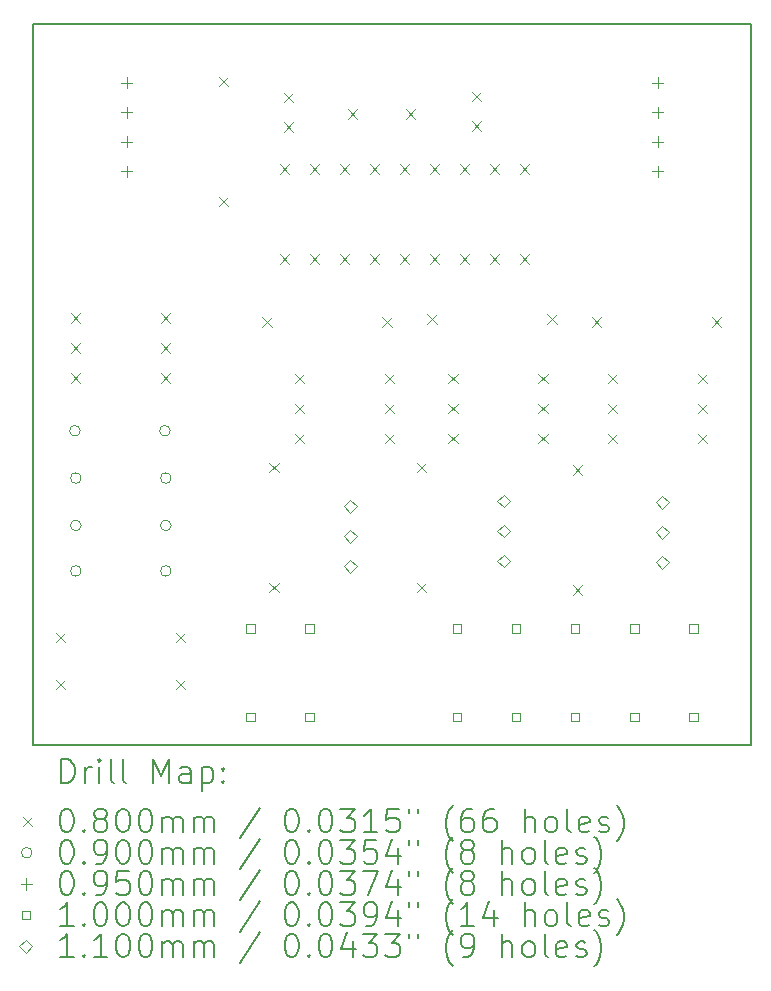
<source format=gbr>
%TF.GenerationSoftware,KiCad,Pcbnew,7.0.1*%
%TF.CreationDate,2023-03-30T21:50:59-03:00*%
%TF.ProjectId,CeilingFanControl(without zones),4365696c-696e-4674-9661-6e436f6e7472,rev?*%
%TF.SameCoordinates,Original*%
%TF.FileFunction,Drillmap*%
%TF.FilePolarity,Positive*%
%FSLAX45Y45*%
G04 Gerber Fmt 4.5, Leading zero omitted, Abs format (unit mm)*
G04 Created by KiCad (PCBNEW 7.0.1) date 2023-03-30 21:50:59*
%MOMM*%
%LPD*%
G01*
G04 APERTURE LIST*
%ADD10C,0.200000*%
%ADD11C,0.080000*%
%ADD12C,0.090000*%
%ADD13C,0.095000*%
%ADD14C,0.100000*%
%ADD15C,0.110000*%
G04 APERTURE END LIST*
D10*
X1980000Y-1960000D02*
X8060000Y-1960000D01*
X8060000Y-8060000D01*
X1980000Y-8060000D01*
X1980000Y-1960000D01*
D11*
X2172000Y-7110000D02*
X2252000Y-7190000D01*
X2252000Y-7110000D02*
X2172000Y-7190000D01*
X2172000Y-7510000D02*
X2252000Y-7590000D01*
X2252000Y-7510000D02*
X2172000Y-7590000D01*
X2300000Y-4407500D02*
X2380000Y-4487500D01*
X2380000Y-4407500D02*
X2300000Y-4487500D01*
X2300000Y-4661500D02*
X2380000Y-4741500D01*
X2380000Y-4661500D02*
X2300000Y-4741500D01*
X2300000Y-4915500D02*
X2380000Y-4995500D01*
X2380000Y-4915500D02*
X2300000Y-4995500D01*
X3062000Y-4407500D02*
X3142000Y-4487500D01*
X3142000Y-4407500D02*
X3062000Y-4487500D01*
X3062000Y-4661500D02*
X3142000Y-4741500D01*
X3142000Y-4661500D02*
X3062000Y-4741500D01*
X3062000Y-4915500D02*
X3142000Y-4995500D01*
X3142000Y-4915500D02*
X3062000Y-4995500D01*
X3188000Y-7110000D02*
X3268000Y-7190000D01*
X3268000Y-7110000D02*
X3188000Y-7190000D01*
X3188000Y-7510000D02*
X3268000Y-7590000D01*
X3268000Y-7510000D02*
X3188000Y-7590000D01*
X3550000Y-2402000D02*
X3630000Y-2482000D01*
X3630000Y-2402000D02*
X3550000Y-2482000D01*
X3550000Y-3418000D02*
X3630000Y-3498000D01*
X3630000Y-3418000D02*
X3550000Y-3498000D01*
X3919000Y-4439000D02*
X3999000Y-4519000D01*
X3999000Y-4439000D02*
X3919000Y-4519000D01*
X3980000Y-5672000D02*
X4060000Y-5752000D01*
X4060000Y-5672000D02*
X3980000Y-5752000D01*
X3980000Y-6688000D02*
X4060000Y-6768000D01*
X4060000Y-6688000D02*
X3980000Y-6768000D01*
X4067000Y-3145000D02*
X4147000Y-3225000D01*
X4147000Y-3145000D02*
X4067000Y-3225000D01*
X4067000Y-3907000D02*
X4147000Y-3987000D01*
X4147000Y-3907000D02*
X4067000Y-3987000D01*
X4104000Y-2540000D02*
X4184000Y-2620000D01*
X4184000Y-2540000D02*
X4104000Y-2620000D01*
X4104000Y-2790000D02*
X4184000Y-2870000D01*
X4184000Y-2790000D02*
X4104000Y-2870000D01*
X4194000Y-4919500D02*
X4274000Y-4999500D01*
X4274000Y-4919500D02*
X4194000Y-4999500D01*
X4194000Y-5173500D02*
X4274000Y-5253500D01*
X4274000Y-5173500D02*
X4194000Y-5253500D01*
X4194000Y-5427500D02*
X4274000Y-5507500D01*
X4274000Y-5427500D02*
X4194000Y-5507500D01*
X4321000Y-3145000D02*
X4401000Y-3225000D01*
X4401000Y-3145000D02*
X4321000Y-3225000D01*
X4321000Y-3907000D02*
X4401000Y-3987000D01*
X4401000Y-3907000D02*
X4321000Y-3987000D01*
X4575000Y-3145000D02*
X4655000Y-3225000D01*
X4655000Y-3145000D02*
X4575000Y-3225000D01*
X4575000Y-3907000D02*
X4655000Y-3987000D01*
X4655000Y-3907000D02*
X4575000Y-3987000D01*
X4643000Y-2680000D02*
X4723000Y-2760000D01*
X4723000Y-2680000D02*
X4643000Y-2760000D01*
X4829000Y-3145000D02*
X4909000Y-3225000D01*
X4909000Y-3145000D02*
X4829000Y-3225000D01*
X4829000Y-3907000D02*
X4909000Y-3987000D01*
X4909000Y-3907000D02*
X4829000Y-3987000D01*
X4935000Y-4439000D02*
X5015000Y-4519000D01*
X5015000Y-4439000D02*
X4935000Y-4519000D01*
X4956000Y-4919500D02*
X5036000Y-4999500D01*
X5036000Y-4919500D02*
X4956000Y-4999500D01*
X4956000Y-5173500D02*
X5036000Y-5253500D01*
X5036000Y-5173500D02*
X4956000Y-5253500D01*
X4956000Y-5427500D02*
X5036000Y-5507500D01*
X5036000Y-5427500D02*
X4956000Y-5507500D01*
X5083000Y-3145000D02*
X5163000Y-3225000D01*
X5163000Y-3145000D02*
X5083000Y-3225000D01*
X5083000Y-3907000D02*
X5163000Y-3987000D01*
X5163000Y-3907000D02*
X5083000Y-3987000D01*
X5133000Y-2680000D02*
X5213000Y-2760000D01*
X5213000Y-2680000D02*
X5133000Y-2760000D01*
X5230000Y-5672000D02*
X5310000Y-5752000D01*
X5310000Y-5672000D02*
X5230000Y-5752000D01*
X5230000Y-6688000D02*
X5310000Y-6768000D01*
X5310000Y-6688000D02*
X5230000Y-6768000D01*
X5317000Y-4416000D02*
X5397000Y-4496000D01*
X5397000Y-4416000D02*
X5317000Y-4496000D01*
X5337000Y-3145000D02*
X5417000Y-3225000D01*
X5417000Y-3145000D02*
X5337000Y-3225000D01*
X5337000Y-3907000D02*
X5417000Y-3987000D01*
X5417000Y-3907000D02*
X5337000Y-3987000D01*
X5494000Y-4919500D02*
X5574000Y-4999500D01*
X5574000Y-4919500D02*
X5494000Y-4999500D01*
X5494000Y-5173500D02*
X5574000Y-5253500D01*
X5574000Y-5173500D02*
X5494000Y-5253500D01*
X5494000Y-5427500D02*
X5574000Y-5507500D01*
X5574000Y-5427500D02*
X5494000Y-5507500D01*
X5591000Y-3145000D02*
X5671000Y-3225000D01*
X5671000Y-3145000D02*
X5591000Y-3225000D01*
X5591000Y-3907000D02*
X5671000Y-3987000D01*
X5671000Y-3907000D02*
X5591000Y-3987000D01*
X5694000Y-2531000D02*
X5774000Y-2611000D01*
X5774000Y-2531000D02*
X5694000Y-2611000D01*
X5694000Y-2781000D02*
X5774000Y-2861000D01*
X5774000Y-2781000D02*
X5694000Y-2861000D01*
X5845000Y-3145000D02*
X5925000Y-3225000D01*
X5925000Y-3145000D02*
X5845000Y-3225000D01*
X5845000Y-3907000D02*
X5925000Y-3987000D01*
X5925000Y-3907000D02*
X5845000Y-3987000D01*
X6099000Y-3145000D02*
X6179000Y-3225000D01*
X6179000Y-3145000D02*
X6099000Y-3225000D01*
X6099000Y-3907000D02*
X6179000Y-3987000D01*
X6179000Y-3907000D02*
X6099000Y-3987000D01*
X6256000Y-4919500D02*
X6336000Y-4999500D01*
X6336000Y-4919500D02*
X6256000Y-4999500D01*
X6256000Y-5173500D02*
X6336000Y-5253500D01*
X6336000Y-5173500D02*
X6256000Y-5253500D01*
X6256000Y-5427500D02*
X6336000Y-5507500D01*
X6336000Y-5427500D02*
X6256000Y-5507500D01*
X6333000Y-4416000D02*
X6413000Y-4496000D01*
X6413000Y-4416000D02*
X6333000Y-4496000D01*
X6550000Y-5692000D02*
X6630000Y-5772000D01*
X6630000Y-5692000D02*
X6550000Y-5772000D01*
X6550000Y-6708000D02*
X6630000Y-6788000D01*
X6630000Y-6708000D02*
X6550000Y-6788000D01*
X6711000Y-4441000D02*
X6791000Y-4521000D01*
X6791000Y-4441000D02*
X6711000Y-4521000D01*
X6844000Y-4919500D02*
X6924000Y-4999500D01*
X6924000Y-4919500D02*
X6844000Y-4999500D01*
X6844000Y-5173500D02*
X6924000Y-5253500D01*
X6924000Y-5173500D02*
X6844000Y-5253500D01*
X6844000Y-5427500D02*
X6924000Y-5507500D01*
X6924000Y-5427500D02*
X6844000Y-5507500D01*
X7606000Y-4919500D02*
X7686000Y-4999500D01*
X7686000Y-4919500D02*
X7606000Y-4999500D01*
X7606000Y-5173500D02*
X7686000Y-5253500D01*
X7686000Y-5173500D02*
X7606000Y-5253500D01*
X7606000Y-5427500D02*
X7686000Y-5507500D01*
X7686000Y-5427500D02*
X7606000Y-5507500D01*
X7727000Y-4441000D02*
X7807000Y-4521000D01*
X7807000Y-4441000D02*
X7727000Y-4521000D01*
D12*
X2378000Y-5401000D02*
G75*
G03*
X2378000Y-5401000I-45000J0D01*
G01*
X2386000Y-5802000D02*
G75*
G03*
X2386000Y-5802000I-45000J0D01*
G01*
X2386000Y-6203000D02*
G75*
G03*
X2386000Y-6203000I-45000J0D01*
G01*
X2386000Y-6588000D02*
G75*
G03*
X2386000Y-6588000I-45000J0D01*
G01*
X3140000Y-5401000D02*
G75*
G03*
X3140000Y-5401000I-45000J0D01*
G01*
X3148000Y-5802000D02*
G75*
G03*
X3148000Y-5802000I-45000J0D01*
G01*
X3148000Y-6203000D02*
G75*
G03*
X3148000Y-6203000I-45000J0D01*
G01*
X3148000Y-6588000D02*
G75*
G03*
X3148000Y-6588000I-45000J0D01*
G01*
D13*
X2773250Y-2407500D02*
X2773250Y-2502500D01*
X2725750Y-2455000D02*
X2820750Y-2455000D01*
X2773250Y-2657500D02*
X2773250Y-2752500D01*
X2725750Y-2705000D02*
X2820750Y-2705000D01*
X2773250Y-2907500D02*
X2773250Y-3002500D01*
X2725750Y-2955000D02*
X2820750Y-2955000D01*
X2773250Y-3157500D02*
X2773250Y-3252500D01*
X2725750Y-3205000D02*
X2820750Y-3205000D01*
X7266750Y-2407500D02*
X7266750Y-2502500D01*
X7219250Y-2455000D02*
X7314250Y-2455000D01*
X7266750Y-2657500D02*
X7266750Y-2752500D01*
X7219250Y-2705000D02*
X7314250Y-2705000D01*
X7266750Y-2907500D02*
X7266750Y-3002500D01*
X7219250Y-2955000D02*
X7314250Y-2955000D01*
X7266750Y-3157500D02*
X7266750Y-3252500D01*
X7219250Y-3205000D02*
X7314250Y-3205000D01*
D14*
X3855356Y-7109356D02*
X3855356Y-7038644D01*
X3784644Y-7038644D01*
X3784644Y-7109356D01*
X3855356Y-7109356D01*
X3855356Y-7861356D02*
X3855356Y-7790644D01*
X3784644Y-7790644D01*
X3784644Y-7861356D01*
X3855356Y-7861356D01*
X4355356Y-7109356D02*
X4355356Y-7038644D01*
X4284644Y-7038644D01*
X4284644Y-7109356D01*
X4355356Y-7109356D01*
X4355356Y-7861356D02*
X4355356Y-7790644D01*
X4284644Y-7790644D01*
X4284644Y-7861356D01*
X4355356Y-7861356D01*
X5605356Y-7109356D02*
X5605356Y-7038644D01*
X5534644Y-7038644D01*
X5534644Y-7109356D01*
X5605356Y-7109356D01*
X5605356Y-7861356D02*
X5605356Y-7790644D01*
X5534644Y-7790644D01*
X5534644Y-7861356D01*
X5605356Y-7861356D01*
X6105356Y-7109356D02*
X6105356Y-7038644D01*
X6034644Y-7038644D01*
X6034644Y-7109356D01*
X6105356Y-7109356D01*
X6105356Y-7861356D02*
X6105356Y-7790644D01*
X6034644Y-7790644D01*
X6034644Y-7861356D01*
X6105356Y-7861356D01*
X6605356Y-7109356D02*
X6605356Y-7038644D01*
X6534644Y-7038644D01*
X6534644Y-7109356D01*
X6605356Y-7109356D01*
X6605356Y-7861356D02*
X6605356Y-7790644D01*
X6534644Y-7790644D01*
X6534644Y-7861356D01*
X6605356Y-7861356D01*
X7105356Y-7109356D02*
X7105356Y-7038644D01*
X7034644Y-7038644D01*
X7034644Y-7109356D01*
X7105356Y-7109356D01*
X7105356Y-7861356D02*
X7105356Y-7790644D01*
X7034644Y-7790644D01*
X7034644Y-7861356D01*
X7105356Y-7861356D01*
X7605356Y-7109356D02*
X7605356Y-7038644D01*
X7534644Y-7038644D01*
X7534644Y-7109356D01*
X7605356Y-7109356D01*
X7605356Y-7861356D02*
X7605356Y-7790644D01*
X7534644Y-7790644D01*
X7534644Y-7861356D01*
X7605356Y-7861356D01*
D15*
X4664500Y-6097000D02*
X4719500Y-6042000D01*
X4664500Y-5987000D01*
X4609500Y-6042000D01*
X4664500Y-6097000D01*
X4664500Y-6351000D02*
X4719500Y-6296000D01*
X4664500Y-6241000D01*
X4609500Y-6296000D01*
X4664500Y-6351000D01*
X4664500Y-6605000D02*
X4719500Y-6550000D01*
X4664500Y-6495000D01*
X4609500Y-6550000D01*
X4664500Y-6605000D01*
X5964500Y-6051000D02*
X6019500Y-5996000D01*
X5964500Y-5941000D01*
X5909500Y-5996000D01*
X5964500Y-6051000D01*
X5964500Y-6305000D02*
X6019500Y-6250000D01*
X5964500Y-6195000D01*
X5909500Y-6250000D01*
X5964500Y-6305000D01*
X5964500Y-6559000D02*
X6019500Y-6504000D01*
X5964500Y-6449000D01*
X5909500Y-6504000D01*
X5964500Y-6559000D01*
X7304500Y-6061000D02*
X7359500Y-6006000D01*
X7304500Y-5951000D01*
X7249500Y-6006000D01*
X7304500Y-6061000D01*
X7304500Y-6315000D02*
X7359500Y-6260000D01*
X7304500Y-6205000D01*
X7249500Y-6260000D01*
X7304500Y-6315000D01*
X7304500Y-6569000D02*
X7359500Y-6514000D01*
X7304500Y-6459000D01*
X7249500Y-6514000D01*
X7304500Y-6569000D01*
D10*
X2217619Y-8382524D02*
X2217619Y-8182524D01*
X2217619Y-8182524D02*
X2265238Y-8182524D01*
X2265238Y-8182524D02*
X2293810Y-8192048D01*
X2293810Y-8192048D02*
X2312857Y-8211095D01*
X2312857Y-8211095D02*
X2322381Y-8230143D01*
X2322381Y-8230143D02*
X2331905Y-8268238D01*
X2331905Y-8268238D02*
X2331905Y-8296809D01*
X2331905Y-8296809D02*
X2322381Y-8334905D01*
X2322381Y-8334905D02*
X2312857Y-8353952D01*
X2312857Y-8353952D02*
X2293810Y-8373000D01*
X2293810Y-8373000D02*
X2265238Y-8382524D01*
X2265238Y-8382524D02*
X2217619Y-8382524D01*
X2417619Y-8382524D02*
X2417619Y-8249190D01*
X2417619Y-8287286D02*
X2427143Y-8268238D01*
X2427143Y-8268238D02*
X2436667Y-8258714D01*
X2436667Y-8258714D02*
X2455714Y-8249190D01*
X2455714Y-8249190D02*
X2474762Y-8249190D01*
X2541429Y-8382524D02*
X2541429Y-8249190D01*
X2541429Y-8182524D02*
X2531905Y-8192048D01*
X2531905Y-8192048D02*
X2541429Y-8201571D01*
X2541429Y-8201571D02*
X2550952Y-8192048D01*
X2550952Y-8192048D02*
X2541429Y-8182524D01*
X2541429Y-8182524D02*
X2541429Y-8201571D01*
X2665238Y-8382524D02*
X2646190Y-8373000D01*
X2646190Y-8373000D02*
X2636667Y-8353952D01*
X2636667Y-8353952D02*
X2636667Y-8182524D01*
X2770000Y-8382524D02*
X2750952Y-8373000D01*
X2750952Y-8373000D02*
X2741429Y-8353952D01*
X2741429Y-8353952D02*
X2741429Y-8182524D01*
X2998571Y-8382524D02*
X2998571Y-8182524D01*
X2998571Y-8182524D02*
X3065238Y-8325381D01*
X3065238Y-8325381D02*
X3131905Y-8182524D01*
X3131905Y-8182524D02*
X3131905Y-8382524D01*
X3312857Y-8382524D02*
X3312857Y-8277762D01*
X3312857Y-8277762D02*
X3303333Y-8258714D01*
X3303333Y-8258714D02*
X3284286Y-8249190D01*
X3284286Y-8249190D02*
X3246190Y-8249190D01*
X3246190Y-8249190D02*
X3227143Y-8258714D01*
X3312857Y-8373000D02*
X3293809Y-8382524D01*
X3293809Y-8382524D02*
X3246190Y-8382524D01*
X3246190Y-8382524D02*
X3227143Y-8373000D01*
X3227143Y-8373000D02*
X3217619Y-8353952D01*
X3217619Y-8353952D02*
X3217619Y-8334905D01*
X3217619Y-8334905D02*
X3227143Y-8315857D01*
X3227143Y-8315857D02*
X3246190Y-8306333D01*
X3246190Y-8306333D02*
X3293809Y-8306333D01*
X3293809Y-8306333D02*
X3312857Y-8296809D01*
X3408095Y-8249190D02*
X3408095Y-8449190D01*
X3408095Y-8258714D02*
X3427143Y-8249190D01*
X3427143Y-8249190D02*
X3465238Y-8249190D01*
X3465238Y-8249190D02*
X3484286Y-8258714D01*
X3484286Y-8258714D02*
X3493809Y-8268238D01*
X3493809Y-8268238D02*
X3503333Y-8287286D01*
X3503333Y-8287286D02*
X3503333Y-8344428D01*
X3503333Y-8344428D02*
X3493809Y-8363476D01*
X3493809Y-8363476D02*
X3484286Y-8373000D01*
X3484286Y-8373000D02*
X3465238Y-8382524D01*
X3465238Y-8382524D02*
X3427143Y-8382524D01*
X3427143Y-8382524D02*
X3408095Y-8373000D01*
X3589048Y-8363476D02*
X3598571Y-8373000D01*
X3598571Y-8373000D02*
X3589048Y-8382524D01*
X3589048Y-8382524D02*
X3579524Y-8373000D01*
X3579524Y-8373000D02*
X3589048Y-8363476D01*
X3589048Y-8363476D02*
X3589048Y-8382524D01*
X3589048Y-8258714D02*
X3598571Y-8268238D01*
X3598571Y-8268238D02*
X3589048Y-8277762D01*
X3589048Y-8277762D02*
X3579524Y-8268238D01*
X3579524Y-8268238D02*
X3589048Y-8258714D01*
X3589048Y-8258714D02*
X3589048Y-8277762D01*
D11*
X1890000Y-8670000D02*
X1970000Y-8750000D01*
X1970000Y-8670000D02*
X1890000Y-8750000D01*
D10*
X2255714Y-8602524D02*
X2274762Y-8602524D01*
X2274762Y-8602524D02*
X2293810Y-8612048D01*
X2293810Y-8612048D02*
X2303333Y-8621571D01*
X2303333Y-8621571D02*
X2312857Y-8640619D01*
X2312857Y-8640619D02*
X2322381Y-8678714D01*
X2322381Y-8678714D02*
X2322381Y-8726333D01*
X2322381Y-8726333D02*
X2312857Y-8764429D01*
X2312857Y-8764429D02*
X2303333Y-8783476D01*
X2303333Y-8783476D02*
X2293810Y-8793000D01*
X2293810Y-8793000D02*
X2274762Y-8802524D01*
X2274762Y-8802524D02*
X2255714Y-8802524D01*
X2255714Y-8802524D02*
X2236667Y-8793000D01*
X2236667Y-8793000D02*
X2227143Y-8783476D01*
X2227143Y-8783476D02*
X2217619Y-8764429D01*
X2217619Y-8764429D02*
X2208095Y-8726333D01*
X2208095Y-8726333D02*
X2208095Y-8678714D01*
X2208095Y-8678714D02*
X2217619Y-8640619D01*
X2217619Y-8640619D02*
X2227143Y-8621571D01*
X2227143Y-8621571D02*
X2236667Y-8612048D01*
X2236667Y-8612048D02*
X2255714Y-8602524D01*
X2408095Y-8783476D02*
X2417619Y-8793000D01*
X2417619Y-8793000D02*
X2408095Y-8802524D01*
X2408095Y-8802524D02*
X2398571Y-8793000D01*
X2398571Y-8793000D02*
X2408095Y-8783476D01*
X2408095Y-8783476D02*
X2408095Y-8802524D01*
X2531905Y-8688238D02*
X2512857Y-8678714D01*
X2512857Y-8678714D02*
X2503333Y-8669190D01*
X2503333Y-8669190D02*
X2493810Y-8650143D01*
X2493810Y-8650143D02*
X2493810Y-8640619D01*
X2493810Y-8640619D02*
X2503333Y-8621571D01*
X2503333Y-8621571D02*
X2512857Y-8612048D01*
X2512857Y-8612048D02*
X2531905Y-8602524D01*
X2531905Y-8602524D02*
X2570000Y-8602524D01*
X2570000Y-8602524D02*
X2589048Y-8612048D01*
X2589048Y-8612048D02*
X2598571Y-8621571D01*
X2598571Y-8621571D02*
X2608095Y-8640619D01*
X2608095Y-8640619D02*
X2608095Y-8650143D01*
X2608095Y-8650143D02*
X2598571Y-8669190D01*
X2598571Y-8669190D02*
X2589048Y-8678714D01*
X2589048Y-8678714D02*
X2570000Y-8688238D01*
X2570000Y-8688238D02*
X2531905Y-8688238D01*
X2531905Y-8688238D02*
X2512857Y-8697762D01*
X2512857Y-8697762D02*
X2503333Y-8707286D01*
X2503333Y-8707286D02*
X2493810Y-8726333D01*
X2493810Y-8726333D02*
X2493810Y-8764429D01*
X2493810Y-8764429D02*
X2503333Y-8783476D01*
X2503333Y-8783476D02*
X2512857Y-8793000D01*
X2512857Y-8793000D02*
X2531905Y-8802524D01*
X2531905Y-8802524D02*
X2570000Y-8802524D01*
X2570000Y-8802524D02*
X2589048Y-8793000D01*
X2589048Y-8793000D02*
X2598571Y-8783476D01*
X2598571Y-8783476D02*
X2608095Y-8764429D01*
X2608095Y-8764429D02*
X2608095Y-8726333D01*
X2608095Y-8726333D02*
X2598571Y-8707286D01*
X2598571Y-8707286D02*
X2589048Y-8697762D01*
X2589048Y-8697762D02*
X2570000Y-8688238D01*
X2731905Y-8602524D02*
X2750952Y-8602524D01*
X2750952Y-8602524D02*
X2770000Y-8612048D01*
X2770000Y-8612048D02*
X2779524Y-8621571D01*
X2779524Y-8621571D02*
X2789048Y-8640619D01*
X2789048Y-8640619D02*
X2798571Y-8678714D01*
X2798571Y-8678714D02*
X2798571Y-8726333D01*
X2798571Y-8726333D02*
X2789048Y-8764429D01*
X2789048Y-8764429D02*
X2779524Y-8783476D01*
X2779524Y-8783476D02*
X2770000Y-8793000D01*
X2770000Y-8793000D02*
X2750952Y-8802524D01*
X2750952Y-8802524D02*
X2731905Y-8802524D01*
X2731905Y-8802524D02*
X2712857Y-8793000D01*
X2712857Y-8793000D02*
X2703333Y-8783476D01*
X2703333Y-8783476D02*
X2693810Y-8764429D01*
X2693810Y-8764429D02*
X2684286Y-8726333D01*
X2684286Y-8726333D02*
X2684286Y-8678714D01*
X2684286Y-8678714D02*
X2693810Y-8640619D01*
X2693810Y-8640619D02*
X2703333Y-8621571D01*
X2703333Y-8621571D02*
X2712857Y-8612048D01*
X2712857Y-8612048D02*
X2731905Y-8602524D01*
X2922381Y-8602524D02*
X2941429Y-8602524D01*
X2941429Y-8602524D02*
X2960476Y-8612048D01*
X2960476Y-8612048D02*
X2970000Y-8621571D01*
X2970000Y-8621571D02*
X2979524Y-8640619D01*
X2979524Y-8640619D02*
X2989048Y-8678714D01*
X2989048Y-8678714D02*
X2989048Y-8726333D01*
X2989048Y-8726333D02*
X2979524Y-8764429D01*
X2979524Y-8764429D02*
X2970000Y-8783476D01*
X2970000Y-8783476D02*
X2960476Y-8793000D01*
X2960476Y-8793000D02*
X2941429Y-8802524D01*
X2941429Y-8802524D02*
X2922381Y-8802524D01*
X2922381Y-8802524D02*
X2903333Y-8793000D01*
X2903333Y-8793000D02*
X2893809Y-8783476D01*
X2893809Y-8783476D02*
X2884286Y-8764429D01*
X2884286Y-8764429D02*
X2874762Y-8726333D01*
X2874762Y-8726333D02*
X2874762Y-8678714D01*
X2874762Y-8678714D02*
X2884286Y-8640619D01*
X2884286Y-8640619D02*
X2893809Y-8621571D01*
X2893809Y-8621571D02*
X2903333Y-8612048D01*
X2903333Y-8612048D02*
X2922381Y-8602524D01*
X3074762Y-8802524D02*
X3074762Y-8669190D01*
X3074762Y-8688238D02*
X3084286Y-8678714D01*
X3084286Y-8678714D02*
X3103333Y-8669190D01*
X3103333Y-8669190D02*
X3131905Y-8669190D01*
X3131905Y-8669190D02*
X3150952Y-8678714D01*
X3150952Y-8678714D02*
X3160476Y-8697762D01*
X3160476Y-8697762D02*
X3160476Y-8802524D01*
X3160476Y-8697762D02*
X3170000Y-8678714D01*
X3170000Y-8678714D02*
X3189048Y-8669190D01*
X3189048Y-8669190D02*
X3217619Y-8669190D01*
X3217619Y-8669190D02*
X3236667Y-8678714D01*
X3236667Y-8678714D02*
X3246190Y-8697762D01*
X3246190Y-8697762D02*
X3246190Y-8802524D01*
X3341429Y-8802524D02*
X3341429Y-8669190D01*
X3341429Y-8688238D02*
X3350952Y-8678714D01*
X3350952Y-8678714D02*
X3370000Y-8669190D01*
X3370000Y-8669190D02*
X3398571Y-8669190D01*
X3398571Y-8669190D02*
X3417619Y-8678714D01*
X3417619Y-8678714D02*
X3427143Y-8697762D01*
X3427143Y-8697762D02*
X3427143Y-8802524D01*
X3427143Y-8697762D02*
X3436667Y-8678714D01*
X3436667Y-8678714D02*
X3455714Y-8669190D01*
X3455714Y-8669190D02*
X3484286Y-8669190D01*
X3484286Y-8669190D02*
X3503333Y-8678714D01*
X3503333Y-8678714D02*
X3512857Y-8697762D01*
X3512857Y-8697762D02*
X3512857Y-8802524D01*
X3903333Y-8593000D02*
X3731905Y-8850143D01*
X4160476Y-8602524D02*
X4179524Y-8602524D01*
X4179524Y-8602524D02*
X4198572Y-8612048D01*
X4198572Y-8612048D02*
X4208095Y-8621571D01*
X4208095Y-8621571D02*
X4217619Y-8640619D01*
X4217619Y-8640619D02*
X4227143Y-8678714D01*
X4227143Y-8678714D02*
X4227143Y-8726333D01*
X4227143Y-8726333D02*
X4217619Y-8764429D01*
X4217619Y-8764429D02*
X4208095Y-8783476D01*
X4208095Y-8783476D02*
X4198572Y-8793000D01*
X4198572Y-8793000D02*
X4179524Y-8802524D01*
X4179524Y-8802524D02*
X4160476Y-8802524D01*
X4160476Y-8802524D02*
X4141429Y-8793000D01*
X4141429Y-8793000D02*
X4131905Y-8783476D01*
X4131905Y-8783476D02*
X4122381Y-8764429D01*
X4122381Y-8764429D02*
X4112857Y-8726333D01*
X4112857Y-8726333D02*
X4112857Y-8678714D01*
X4112857Y-8678714D02*
X4122381Y-8640619D01*
X4122381Y-8640619D02*
X4131905Y-8621571D01*
X4131905Y-8621571D02*
X4141429Y-8612048D01*
X4141429Y-8612048D02*
X4160476Y-8602524D01*
X4312857Y-8783476D02*
X4322381Y-8793000D01*
X4322381Y-8793000D02*
X4312857Y-8802524D01*
X4312857Y-8802524D02*
X4303334Y-8793000D01*
X4303334Y-8793000D02*
X4312857Y-8783476D01*
X4312857Y-8783476D02*
X4312857Y-8802524D01*
X4446191Y-8602524D02*
X4465238Y-8602524D01*
X4465238Y-8602524D02*
X4484286Y-8612048D01*
X4484286Y-8612048D02*
X4493810Y-8621571D01*
X4493810Y-8621571D02*
X4503334Y-8640619D01*
X4503334Y-8640619D02*
X4512857Y-8678714D01*
X4512857Y-8678714D02*
X4512857Y-8726333D01*
X4512857Y-8726333D02*
X4503334Y-8764429D01*
X4503334Y-8764429D02*
X4493810Y-8783476D01*
X4493810Y-8783476D02*
X4484286Y-8793000D01*
X4484286Y-8793000D02*
X4465238Y-8802524D01*
X4465238Y-8802524D02*
X4446191Y-8802524D01*
X4446191Y-8802524D02*
X4427143Y-8793000D01*
X4427143Y-8793000D02*
X4417619Y-8783476D01*
X4417619Y-8783476D02*
X4408095Y-8764429D01*
X4408095Y-8764429D02*
X4398572Y-8726333D01*
X4398572Y-8726333D02*
X4398572Y-8678714D01*
X4398572Y-8678714D02*
X4408095Y-8640619D01*
X4408095Y-8640619D02*
X4417619Y-8621571D01*
X4417619Y-8621571D02*
X4427143Y-8612048D01*
X4427143Y-8612048D02*
X4446191Y-8602524D01*
X4579524Y-8602524D02*
X4703334Y-8602524D01*
X4703334Y-8602524D02*
X4636667Y-8678714D01*
X4636667Y-8678714D02*
X4665238Y-8678714D01*
X4665238Y-8678714D02*
X4684286Y-8688238D01*
X4684286Y-8688238D02*
X4693810Y-8697762D01*
X4693810Y-8697762D02*
X4703334Y-8716810D01*
X4703334Y-8716810D02*
X4703334Y-8764429D01*
X4703334Y-8764429D02*
X4693810Y-8783476D01*
X4693810Y-8783476D02*
X4684286Y-8793000D01*
X4684286Y-8793000D02*
X4665238Y-8802524D01*
X4665238Y-8802524D02*
X4608095Y-8802524D01*
X4608095Y-8802524D02*
X4589048Y-8793000D01*
X4589048Y-8793000D02*
X4579524Y-8783476D01*
X4893810Y-8802524D02*
X4779524Y-8802524D01*
X4836667Y-8802524D02*
X4836667Y-8602524D01*
X4836667Y-8602524D02*
X4817619Y-8631095D01*
X4817619Y-8631095D02*
X4798572Y-8650143D01*
X4798572Y-8650143D02*
X4779524Y-8659667D01*
X5074762Y-8602524D02*
X4979524Y-8602524D01*
X4979524Y-8602524D02*
X4970000Y-8697762D01*
X4970000Y-8697762D02*
X4979524Y-8688238D01*
X4979524Y-8688238D02*
X4998572Y-8678714D01*
X4998572Y-8678714D02*
X5046191Y-8678714D01*
X5046191Y-8678714D02*
X5065238Y-8688238D01*
X5065238Y-8688238D02*
X5074762Y-8697762D01*
X5074762Y-8697762D02*
X5084286Y-8716810D01*
X5084286Y-8716810D02*
X5084286Y-8764429D01*
X5084286Y-8764429D02*
X5074762Y-8783476D01*
X5074762Y-8783476D02*
X5065238Y-8793000D01*
X5065238Y-8793000D02*
X5046191Y-8802524D01*
X5046191Y-8802524D02*
X4998572Y-8802524D01*
X4998572Y-8802524D02*
X4979524Y-8793000D01*
X4979524Y-8793000D02*
X4970000Y-8783476D01*
X5160476Y-8602524D02*
X5160476Y-8640619D01*
X5236667Y-8602524D02*
X5236667Y-8640619D01*
X5531905Y-8878714D02*
X5522381Y-8869190D01*
X5522381Y-8869190D02*
X5503334Y-8840619D01*
X5503334Y-8840619D02*
X5493810Y-8821571D01*
X5493810Y-8821571D02*
X5484286Y-8793000D01*
X5484286Y-8793000D02*
X5474762Y-8745381D01*
X5474762Y-8745381D02*
X5474762Y-8707286D01*
X5474762Y-8707286D02*
X5484286Y-8659667D01*
X5484286Y-8659667D02*
X5493810Y-8631095D01*
X5493810Y-8631095D02*
X5503334Y-8612048D01*
X5503334Y-8612048D02*
X5522381Y-8583476D01*
X5522381Y-8583476D02*
X5531905Y-8573952D01*
X5693810Y-8602524D02*
X5655714Y-8602524D01*
X5655714Y-8602524D02*
X5636667Y-8612048D01*
X5636667Y-8612048D02*
X5627143Y-8621571D01*
X5627143Y-8621571D02*
X5608095Y-8650143D01*
X5608095Y-8650143D02*
X5598572Y-8688238D01*
X5598572Y-8688238D02*
X5598572Y-8764429D01*
X5598572Y-8764429D02*
X5608095Y-8783476D01*
X5608095Y-8783476D02*
X5617619Y-8793000D01*
X5617619Y-8793000D02*
X5636667Y-8802524D01*
X5636667Y-8802524D02*
X5674762Y-8802524D01*
X5674762Y-8802524D02*
X5693810Y-8793000D01*
X5693810Y-8793000D02*
X5703334Y-8783476D01*
X5703334Y-8783476D02*
X5712857Y-8764429D01*
X5712857Y-8764429D02*
X5712857Y-8716810D01*
X5712857Y-8716810D02*
X5703334Y-8697762D01*
X5703334Y-8697762D02*
X5693810Y-8688238D01*
X5693810Y-8688238D02*
X5674762Y-8678714D01*
X5674762Y-8678714D02*
X5636667Y-8678714D01*
X5636667Y-8678714D02*
X5617619Y-8688238D01*
X5617619Y-8688238D02*
X5608095Y-8697762D01*
X5608095Y-8697762D02*
X5598572Y-8716810D01*
X5884286Y-8602524D02*
X5846191Y-8602524D01*
X5846191Y-8602524D02*
X5827143Y-8612048D01*
X5827143Y-8612048D02*
X5817619Y-8621571D01*
X5817619Y-8621571D02*
X5798572Y-8650143D01*
X5798572Y-8650143D02*
X5789048Y-8688238D01*
X5789048Y-8688238D02*
X5789048Y-8764429D01*
X5789048Y-8764429D02*
X5798572Y-8783476D01*
X5798572Y-8783476D02*
X5808095Y-8793000D01*
X5808095Y-8793000D02*
X5827143Y-8802524D01*
X5827143Y-8802524D02*
X5865238Y-8802524D01*
X5865238Y-8802524D02*
X5884286Y-8793000D01*
X5884286Y-8793000D02*
X5893810Y-8783476D01*
X5893810Y-8783476D02*
X5903334Y-8764429D01*
X5903334Y-8764429D02*
X5903334Y-8716810D01*
X5903334Y-8716810D02*
X5893810Y-8697762D01*
X5893810Y-8697762D02*
X5884286Y-8688238D01*
X5884286Y-8688238D02*
X5865238Y-8678714D01*
X5865238Y-8678714D02*
X5827143Y-8678714D01*
X5827143Y-8678714D02*
X5808095Y-8688238D01*
X5808095Y-8688238D02*
X5798572Y-8697762D01*
X5798572Y-8697762D02*
X5789048Y-8716810D01*
X6141429Y-8802524D02*
X6141429Y-8602524D01*
X6227143Y-8802524D02*
X6227143Y-8697762D01*
X6227143Y-8697762D02*
X6217619Y-8678714D01*
X6217619Y-8678714D02*
X6198572Y-8669190D01*
X6198572Y-8669190D02*
X6170000Y-8669190D01*
X6170000Y-8669190D02*
X6150953Y-8678714D01*
X6150953Y-8678714D02*
X6141429Y-8688238D01*
X6350953Y-8802524D02*
X6331905Y-8793000D01*
X6331905Y-8793000D02*
X6322381Y-8783476D01*
X6322381Y-8783476D02*
X6312857Y-8764429D01*
X6312857Y-8764429D02*
X6312857Y-8707286D01*
X6312857Y-8707286D02*
X6322381Y-8688238D01*
X6322381Y-8688238D02*
X6331905Y-8678714D01*
X6331905Y-8678714D02*
X6350953Y-8669190D01*
X6350953Y-8669190D02*
X6379524Y-8669190D01*
X6379524Y-8669190D02*
X6398572Y-8678714D01*
X6398572Y-8678714D02*
X6408096Y-8688238D01*
X6408096Y-8688238D02*
X6417619Y-8707286D01*
X6417619Y-8707286D02*
X6417619Y-8764429D01*
X6417619Y-8764429D02*
X6408096Y-8783476D01*
X6408096Y-8783476D02*
X6398572Y-8793000D01*
X6398572Y-8793000D02*
X6379524Y-8802524D01*
X6379524Y-8802524D02*
X6350953Y-8802524D01*
X6531905Y-8802524D02*
X6512857Y-8793000D01*
X6512857Y-8793000D02*
X6503334Y-8773952D01*
X6503334Y-8773952D02*
X6503334Y-8602524D01*
X6684286Y-8793000D02*
X6665238Y-8802524D01*
X6665238Y-8802524D02*
X6627143Y-8802524D01*
X6627143Y-8802524D02*
X6608096Y-8793000D01*
X6608096Y-8793000D02*
X6598572Y-8773952D01*
X6598572Y-8773952D02*
X6598572Y-8697762D01*
X6598572Y-8697762D02*
X6608096Y-8678714D01*
X6608096Y-8678714D02*
X6627143Y-8669190D01*
X6627143Y-8669190D02*
X6665238Y-8669190D01*
X6665238Y-8669190D02*
X6684286Y-8678714D01*
X6684286Y-8678714D02*
X6693810Y-8697762D01*
X6693810Y-8697762D02*
X6693810Y-8716810D01*
X6693810Y-8716810D02*
X6598572Y-8735857D01*
X6770000Y-8793000D02*
X6789048Y-8802524D01*
X6789048Y-8802524D02*
X6827143Y-8802524D01*
X6827143Y-8802524D02*
X6846191Y-8793000D01*
X6846191Y-8793000D02*
X6855715Y-8773952D01*
X6855715Y-8773952D02*
X6855715Y-8764429D01*
X6855715Y-8764429D02*
X6846191Y-8745381D01*
X6846191Y-8745381D02*
X6827143Y-8735857D01*
X6827143Y-8735857D02*
X6798572Y-8735857D01*
X6798572Y-8735857D02*
X6779524Y-8726333D01*
X6779524Y-8726333D02*
X6770000Y-8707286D01*
X6770000Y-8707286D02*
X6770000Y-8697762D01*
X6770000Y-8697762D02*
X6779524Y-8678714D01*
X6779524Y-8678714D02*
X6798572Y-8669190D01*
X6798572Y-8669190D02*
X6827143Y-8669190D01*
X6827143Y-8669190D02*
X6846191Y-8678714D01*
X6922381Y-8878714D02*
X6931905Y-8869190D01*
X6931905Y-8869190D02*
X6950953Y-8840619D01*
X6950953Y-8840619D02*
X6960477Y-8821571D01*
X6960477Y-8821571D02*
X6970000Y-8793000D01*
X6970000Y-8793000D02*
X6979524Y-8745381D01*
X6979524Y-8745381D02*
X6979524Y-8707286D01*
X6979524Y-8707286D02*
X6970000Y-8659667D01*
X6970000Y-8659667D02*
X6960477Y-8631095D01*
X6960477Y-8631095D02*
X6950953Y-8612048D01*
X6950953Y-8612048D02*
X6931905Y-8583476D01*
X6931905Y-8583476D02*
X6922381Y-8573952D01*
D12*
X1970000Y-8974000D02*
G75*
G03*
X1970000Y-8974000I-45000J0D01*
G01*
D10*
X2255714Y-8866524D02*
X2274762Y-8866524D01*
X2274762Y-8866524D02*
X2293810Y-8876048D01*
X2293810Y-8876048D02*
X2303333Y-8885571D01*
X2303333Y-8885571D02*
X2312857Y-8904619D01*
X2312857Y-8904619D02*
X2322381Y-8942714D01*
X2322381Y-8942714D02*
X2322381Y-8990333D01*
X2322381Y-8990333D02*
X2312857Y-9028429D01*
X2312857Y-9028429D02*
X2303333Y-9047476D01*
X2303333Y-9047476D02*
X2293810Y-9057000D01*
X2293810Y-9057000D02*
X2274762Y-9066524D01*
X2274762Y-9066524D02*
X2255714Y-9066524D01*
X2255714Y-9066524D02*
X2236667Y-9057000D01*
X2236667Y-9057000D02*
X2227143Y-9047476D01*
X2227143Y-9047476D02*
X2217619Y-9028429D01*
X2217619Y-9028429D02*
X2208095Y-8990333D01*
X2208095Y-8990333D02*
X2208095Y-8942714D01*
X2208095Y-8942714D02*
X2217619Y-8904619D01*
X2217619Y-8904619D02*
X2227143Y-8885571D01*
X2227143Y-8885571D02*
X2236667Y-8876048D01*
X2236667Y-8876048D02*
X2255714Y-8866524D01*
X2408095Y-9047476D02*
X2417619Y-9057000D01*
X2417619Y-9057000D02*
X2408095Y-9066524D01*
X2408095Y-9066524D02*
X2398571Y-9057000D01*
X2398571Y-9057000D02*
X2408095Y-9047476D01*
X2408095Y-9047476D02*
X2408095Y-9066524D01*
X2512857Y-9066524D02*
X2550952Y-9066524D01*
X2550952Y-9066524D02*
X2570000Y-9057000D01*
X2570000Y-9057000D02*
X2579524Y-9047476D01*
X2579524Y-9047476D02*
X2598571Y-9018905D01*
X2598571Y-9018905D02*
X2608095Y-8980810D01*
X2608095Y-8980810D02*
X2608095Y-8904619D01*
X2608095Y-8904619D02*
X2598571Y-8885571D01*
X2598571Y-8885571D02*
X2589048Y-8876048D01*
X2589048Y-8876048D02*
X2570000Y-8866524D01*
X2570000Y-8866524D02*
X2531905Y-8866524D01*
X2531905Y-8866524D02*
X2512857Y-8876048D01*
X2512857Y-8876048D02*
X2503333Y-8885571D01*
X2503333Y-8885571D02*
X2493810Y-8904619D01*
X2493810Y-8904619D02*
X2493810Y-8952238D01*
X2493810Y-8952238D02*
X2503333Y-8971286D01*
X2503333Y-8971286D02*
X2512857Y-8980810D01*
X2512857Y-8980810D02*
X2531905Y-8990333D01*
X2531905Y-8990333D02*
X2570000Y-8990333D01*
X2570000Y-8990333D02*
X2589048Y-8980810D01*
X2589048Y-8980810D02*
X2598571Y-8971286D01*
X2598571Y-8971286D02*
X2608095Y-8952238D01*
X2731905Y-8866524D02*
X2750952Y-8866524D01*
X2750952Y-8866524D02*
X2770000Y-8876048D01*
X2770000Y-8876048D02*
X2779524Y-8885571D01*
X2779524Y-8885571D02*
X2789048Y-8904619D01*
X2789048Y-8904619D02*
X2798571Y-8942714D01*
X2798571Y-8942714D02*
X2798571Y-8990333D01*
X2798571Y-8990333D02*
X2789048Y-9028429D01*
X2789048Y-9028429D02*
X2779524Y-9047476D01*
X2779524Y-9047476D02*
X2770000Y-9057000D01*
X2770000Y-9057000D02*
X2750952Y-9066524D01*
X2750952Y-9066524D02*
X2731905Y-9066524D01*
X2731905Y-9066524D02*
X2712857Y-9057000D01*
X2712857Y-9057000D02*
X2703333Y-9047476D01*
X2703333Y-9047476D02*
X2693810Y-9028429D01*
X2693810Y-9028429D02*
X2684286Y-8990333D01*
X2684286Y-8990333D02*
X2684286Y-8942714D01*
X2684286Y-8942714D02*
X2693810Y-8904619D01*
X2693810Y-8904619D02*
X2703333Y-8885571D01*
X2703333Y-8885571D02*
X2712857Y-8876048D01*
X2712857Y-8876048D02*
X2731905Y-8866524D01*
X2922381Y-8866524D02*
X2941429Y-8866524D01*
X2941429Y-8866524D02*
X2960476Y-8876048D01*
X2960476Y-8876048D02*
X2970000Y-8885571D01*
X2970000Y-8885571D02*
X2979524Y-8904619D01*
X2979524Y-8904619D02*
X2989048Y-8942714D01*
X2989048Y-8942714D02*
X2989048Y-8990333D01*
X2989048Y-8990333D02*
X2979524Y-9028429D01*
X2979524Y-9028429D02*
X2970000Y-9047476D01*
X2970000Y-9047476D02*
X2960476Y-9057000D01*
X2960476Y-9057000D02*
X2941429Y-9066524D01*
X2941429Y-9066524D02*
X2922381Y-9066524D01*
X2922381Y-9066524D02*
X2903333Y-9057000D01*
X2903333Y-9057000D02*
X2893809Y-9047476D01*
X2893809Y-9047476D02*
X2884286Y-9028429D01*
X2884286Y-9028429D02*
X2874762Y-8990333D01*
X2874762Y-8990333D02*
X2874762Y-8942714D01*
X2874762Y-8942714D02*
X2884286Y-8904619D01*
X2884286Y-8904619D02*
X2893809Y-8885571D01*
X2893809Y-8885571D02*
X2903333Y-8876048D01*
X2903333Y-8876048D02*
X2922381Y-8866524D01*
X3074762Y-9066524D02*
X3074762Y-8933190D01*
X3074762Y-8952238D02*
X3084286Y-8942714D01*
X3084286Y-8942714D02*
X3103333Y-8933190D01*
X3103333Y-8933190D02*
X3131905Y-8933190D01*
X3131905Y-8933190D02*
X3150952Y-8942714D01*
X3150952Y-8942714D02*
X3160476Y-8961762D01*
X3160476Y-8961762D02*
X3160476Y-9066524D01*
X3160476Y-8961762D02*
X3170000Y-8942714D01*
X3170000Y-8942714D02*
X3189048Y-8933190D01*
X3189048Y-8933190D02*
X3217619Y-8933190D01*
X3217619Y-8933190D02*
X3236667Y-8942714D01*
X3236667Y-8942714D02*
X3246190Y-8961762D01*
X3246190Y-8961762D02*
X3246190Y-9066524D01*
X3341429Y-9066524D02*
X3341429Y-8933190D01*
X3341429Y-8952238D02*
X3350952Y-8942714D01*
X3350952Y-8942714D02*
X3370000Y-8933190D01*
X3370000Y-8933190D02*
X3398571Y-8933190D01*
X3398571Y-8933190D02*
X3417619Y-8942714D01*
X3417619Y-8942714D02*
X3427143Y-8961762D01*
X3427143Y-8961762D02*
X3427143Y-9066524D01*
X3427143Y-8961762D02*
X3436667Y-8942714D01*
X3436667Y-8942714D02*
X3455714Y-8933190D01*
X3455714Y-8933190D02*
X3484286Y-8933190D01*
X3484286Y-8933190D02*
X3503333Y-8942714D01*
X3503333Y-8942714D02*
X3512857Y-8961762D01*
X3512857Y-8961762D02*
X3512857Y-9066524D01*
X3903333Y-8857000D02*
X3731905Y-9114143D01*
X4160476Y-8866524D02*
X4179524Y-8866524D01*
X4179524Y-8866524D02*
X4198572Y-8876048D01*
X4198572Y-8876048D02*
X4208095Y-8885571D01*
X4208095Y-8885571D02*
X4217619Y-8904619D01*
X4217619Y-8904619D02*
X4227143Y-8942714D01*
X4227143Y-8942714D02*
X4227143Y-8990333D01*
X4227143Y-8990333D02*
X4217619Y-9028429D01*
X4217619Y-9028429D02*
X4208095Y-9047476D01*
X4208095Y-9047476D02*
X4198572Y-9057000D01*
X4198572Y-9057000D02*
X4179524Y-9066524D01*
X4179524Y-9066524D02*
X4160476Y-9066524D01*
X4160476Y-9066524D02*
X4141429Y-9057000D01*
X4141429Y-9057000D02*
X4131905Y-9047476D01*
X4131905Y-9047476D02*
X4122381Y-9028429D01*
X4122381Y-9028429D02*
X4112857Y-8990333D01*
X4112857Y-8990333D02*
X4112857Y-8942714D01*
X4112857Y-8942714D02*
X4122381Y-8904619D01*
X4122381Y-8904619D02*
X4131905Y-8885571D01*
X4131905Y-8885571D02*
X4141429Y-8876048D01*
X4141429Y-8876048D02*
X4160476Y-8866524D01*
X4312857Y-9047476D02*
X4322381Y-9057000D01*
X4322381Y-9057000D02*
X4312857Y-9066524D01*
X4312857Y-9066524D02*
X4303334Y-9057000D01*
X4303334Y-9057000D02*
X4312857Y-9047476D01*
X4312857Y-9047476D02*
X4312857Y-9066524D01*
X4446191Y-8866524D02*
X4465238Y-8866524D01*
X4465238Y-8866524D02*
X4484286Y-8876048D01*
X4484286Y-8876048D02*
X4493810Y-8885571D01*
X4493810Y-8885571D02*
X4503334Y-8904619D01*
X4503334Y-8904619D02*
X4512857Y-8942714D01*
X4512857Y-8942714D02*
X4512857Y-8990333D01*
X4512857Y-8990333D02*
X4503334Y-9028429D01*
X4503334Y-9028429D02*
X4493810Y-9047476D01*
X4493810Y-9047476D02*
X4484286Y-9057000D01*
X4484286Y-9057000D02*
X4465238Y-9066524D01*
X4465238Y-9066524D02*
X4446191Y-9066524D01*
X4446191Y-9066524D02*
X4427143Y-9057000D01*
X4427143Y-9057000D02*
X4417619Y-9047476D01*
X4417619Y-9047476D02*
X4408095Y-9028429D01*
X4408095Y-9028429D02*
X4398572Y-8990333D01*
X4398572Y-8990333D02*
X4398572Y-8942714D01*
X4398572Y-8942714D02*
X4408095Y-8904619D01*
X4408095Y-8904619D02*
X4417619Y-8885571D01*
X4417619Y-8885571D02*
X4427143Y-8876048D01*
X4427143Y-8876048D02*
X4446191Y-8866524D01*
X4579524Y-8866524D02*
X4703334Y-8866524D01*
X4703334Y-8866524D02*
X4636667Y-8942714D01*
X4636667Y-8942714D02*
X4665238Y-8942714D01*
X4665238Y-8942714D02*
X4684286Y-8952238D01*
X4684286Y-8952238D02*
X4693810Y-8961762D01*
X4693810Y-8961762D02*
X4703334Y-8980810D01*
X4703334Y-8980810D02*
X4703334Y-9028429D01*
X4703334Y-9028429D02*
X4693810Y-9047476D01*
X4693810Y-9047476D02*
X4684286Y-9057000D01*
X4684286Y-9057000D02*
X4665238Y-9066524D01*
X4665238Y-9066524D02*
X4608095Y-9066524D01*
X4608095Y-9066524D02*
X4589048Y-9057000D01*
X4589048Y-9057000D02*
X4579524Y-9047476D01*
X4884286Y-8866524D02*
X4789048Y-8866524D01*
X4789048Y-8866524D02*
X4779524Y-8961762D01*
X4779524Y-8961762D02*
X4789048Y-8952238D01*
X4789048Y-8952238D02*
X4808095Y-8942714D01*
X4808095Y-8942714D02*
X4855715Y-8942714D01*
X4855715Y-8942714D02*
X4874762Y-8952238D01*
X4874762Y-8952238D02*
X4884286Y-8961762D01*
X4884286Y-8961762D02*
X4893810Y-8980810D01*
X4893810Y-8980810D02*
X4893810Y-9028429D01*
X4893810Y-9028429D02*
X4884286Y-9047476D01*
X4884286Y-9047476D02*
X4874762Y-9057000D01*
X4874762Y-9057000D02*
X4855715Y-9066524D01*
X4855715Y-9066524D02*
X4808095Y-9066524D01*
X4808095Y-9066524D02*
X4789048Y-9057000D01*
X4789048Y-9057000D02*
X4779524Y-9047476D01*
X5065238Y-8933190D02*
X5065238Y-9066524D01*
X5017619Y-8857000D02*
X4970000Y-8999857D01*
X4970000Y-8999857D02*
X5093810Y-8999857D01*
X5160476Y-8866524D02*
X5160476Y-8904619D01*
X5236667Y-8866524D02*
X5236667Y-8904619D01*
X5531905Y-9142714D02*
X5522381Y-9133190D01*
X5522381Y-9133190D02*
X5503334Y-9104619D01*
X5503334Y-9104619D02*
X5493810Y-9085571D01*
X5493810Y-9085571D02*
X5484286Y-9057000D01*
X5484286Y-9057000D02*
X5474762Y-9009381D01*
X5474762Y-9009381D02*
X5474762Y-8971286D01*
X5474762Y-8971286D02*
X5484286Y-8923667D01*
X5484286Y-8923667D02*
X5493810Y-8895095D01*
X5493810Y-8895095D02*
X5503334Y-8876048D01*
X5503334Y-8876048D02*
X5522381Y-8847476D01*
X5522381Y-8847476D02*
X5531905Y-8837952D01*
X5636667Y-8952238D02*
X5617619Y-8942714D01*
X5617619Y-8942714D02*
X5608095Y-8933190D01*
X5608095Y-8933190D02*
X5598572Y-8914143D01*
X5598572Y-8914143D02*
X5598572Y-8904619D01*
X5598572Y-8904619D02*
X5608095Y-8885571D01*
X5608095Y-8885571D02*
X5617619Y-8876048D01*
X5617619Y-8876048D02*
X5636667Y-8866524D01*
X5636667Y-8866524D02*
X5674762Y-8866524D01*
X5674762Y-8866524D02*
X5693810Y-8876048D01*
X5693810Y-8876048D02*
X5703334Y-8885571D01*
X5703334Y-8885571D02*
X5712857Y-8904619D01*
X5712857Y-8904619D02*
X5712857Y-8914143D01*
X5712857Y-8914143D02*
X5703334Y-8933190D01*
X5703334Y-8933190D02*
X5693810Y-8942714D01*
X5693810Y-8942714D02*
X5674762Y-8952238D01*
X5674762Y-8952238D02*
X5636667Y-8952238D01*
X5636667Y-8952238D02*
X5617619Y-8961762D01*
X5617619Y-8961762D02*
X5608095Y-8971286D01*
X5608095Y-8971286D02*
X5598572Y-8990333D01*
X5598572Y-8990333D02*
X5598572Y-9028429D01*
X5598572Y-9028429D02*
X5608095Y-9047476D01*
X5608095Y-9047476D02*
X5617619Y-9057000D01*
X5617619Y-9057000D02*
X5636667Y-9066524D01*
X5636667Y-9066524D02*
X5674762Y-9066524D01*
X5674762Y-9066524D02*
X5693810Y-9057000D01*
X5693810Y-9057000D02*
X5703334Y-9047476D01*
X5703334Y-9047476D02*
X5712857Y-9028429D01*
X5712857Y-9028429D02*
X5712857Y-8990333D01*
X5712857Y-8990333D02*
X5703334Y-8971286D01*
X5703334Y-8971286D02*
X5693810Y-8961762D01*
X5693810Y-8961762D02*
X5674762Y-8952238D01*
X5950953Y-9066524D02*
X5950953Y-8866524D01*
X6036667Y-9066524D02*
X6036667Y-8961762D01*
X6036667Y-8961762D02*
X6027143Y-8942714D01*
X6027143Y-8942714D02*
X6008096Y-8933190D01*
X6008096Y-8933190D02*
X5979524Y-8933190D01*
X5979524Y-8933190D02*
X5960476Y-8942714D01*
X5960476Y-8942714D02*
X5950953Y-8952238D01*
X6160476Y-9066524D02*
X6141429Y-9057000D01*
X6141429Y-9057000D02*
X6131905Y-9047476D01*
X6131905Y-9047476D02*
X6122381Y-9028429D01*
X6122381Y-9028429D02*
X6122381Y-8971286D01*
X6122381Y-8971286D02*
X6131905Y-8952238D01*
X6131905Y-8952238D02*
X6141429Y-8942714D01*
X6141429Y-8942714D02*
X6160476Y-8933190D01*
X6160476Y-8933190D02*
X6189048Y-8933190D01*
X6189048Y-8933190D02*
X6208096Y-8942714D01*
X6208096Y-8942714D02*
X6217619Y-8952238D01*
X6217619Y-8952238D02*
X6227143Y-8971286D01*
X6227143Y-8971286D02*
X6227143Y-9028429D01*
X6227143Y-9028429D02*
X6217619Y-9047476D01*
X6217619Y-9047476D02*
X6208096Y-9057000D01*
X6208096Y-9057000D02*
X6189048Y-9066524D01*
X6189048Y-9066524D02*
X6160476Y-9066524D01*
X6341429Y-9066524D02*
X6322381Y-9057000D01*
X6322381Y-9057000D02*
X6312857Y-9037952D01*
X6312857Y-9037952D02*
X6312857Y-8866524D01*
X6493810Y-9057000D02*
X6474762Y-9066524D01*
X6474762Y-9066524D02*
X6436667Y-9066524D01*
X6436667Y-9066524D02*
X6417619Y-9057000D01*
X6417619Y-9057000D02*
X6408096Y-9037952D01*
X6408096Y-9037952D02*
X6408096Y-8961762D01*
X6408096Y-8961762D02*
X6417619Y-8942714D01*
X6417619Y-8942714D02*
X6436667Y-8933190D01*
X6436667Y-8933190D02*
X6474762Y-8933190D01*
X6474762Y-8933190D02*
X6493810Y-8942714D01*
X6493810Y-8942714D02*
X6503334Y-8961762D01*
X6503334Y-8961762D02*
X6503334Y-8980810D01*
X6503334Y-8980810D02*
X6408096Y-8999857D01*
X6579524Y-9057000D02*
X6598572Y-9066524D01*
X6598572Y-9066524D02*
X6636667Y-9066524D01*
X6636667Y-9066524D02*
X6655715Y-9057000D01*
X6655715Y-9057000D02*
X6665238Y-9037952D01*
X6665238Y-9037952D02*
X6665238Y-9028429D01*
X6665238Y-9028429D02*
X6655715Y-9009381D01*
X6655715Y-9009381D02*
X6636667Y-8999857D01*
X6636667Y-8999857D02*
X6608096Y-8999857D01*
X6608096Y-8999857D02*
X6589048Y-8990333D01*
X6589048Y-8990333D02*
X6579524Y-8971286D01*
X6579524Y-8971286D02*
X6579524Y-8961762D01*
X6579524Y-8961762D02*
X6589048Y-8942714D01*
X6589048Y-8942714D02*
X6608096Y-8933190D01*
X6608096Y-8933190D02*
X6636667Y-8933190D01*
X6636667Y-8933190D02*
X6655715Y-8942714D01*
X6731905Y-9142714D02*
X6741429Y-9133190D01*
X6741429Y-9133190D02*
X6760477Y-9104619D01*
X6760477Y-9104619D02*
X6770000Y-9085571D01*
X6770000Y-9085571D02*
X6779524Y-9057000D01*
X6779524Y-9057000D02*
X6789048Y-9009381D01*
X6789048Y-9009381D02*
X6789048Y-8971286D01*
X6789048Y-8971286D02*
X6779524Y-8923667D01*
X6779524Y-8923667D02*
X6770000Y-8895095D01*
X6770000Y-8895095D02*
X6760477Y-8876048D01*
X6760477Y-8876048D02*
X6741429Y-8847476D01*
X6741429Y-8847476D02*
X6731905Y-8837952D01*
D13*
X1922500Y-9190500D02*
X1922500Y-9285500D01*
X1875000Y-9238000D02*
X1970000Y-9238000D01*
D10*
X2255714Y-9130524D02*
X2274762Y-9130524D01*
X2274762Y-9130524D02*
X2293810Y-9140048D01*
X2293810Y-9140048D02*
X2303333Y-9149571D01*
X2303333Y-9149571D02*
X2312857Y-9168619D01*
X2312857Y-9168619D02*
X2322381Y-9206714D01*
X2322381Y-9206714D02*
X2322381Y-9254333D01*
X2322381Y-9254333D02*
X2312857Y-9292429D01*
X2312857Y-9292429D02*
X2303333Y-9311476D01*
X2303333Y-9311476D02*
X2293810Y-9321000D01*
X2293810Y-9321000D02*
X2274762Y-9330524D01*
X2274762Y-9330524D02*
X2255714Y-9330524D01*
X2255714Y-9330524D02*
X2236667Y-9321000D01*
X2236667Y-9321000D02*
X2227143Y-9311476D01*
X2227143Y-9311476D02*
X2217619Y-9292429D01*
X2217619Y-9292429D02*
X2208095Y-9254333D01*
X2208095Y-9254333D02*
X2208095Y-9206714D01*
X2208095Y-9206714D02*
X2217619Y-9168619D01*
X2217619Y-9168619D02*
X2227143Y-9149571D01*
X2227143Y-9149571D02*
X2236667Y-9140048D01*
X2236667Y-9140048D02*
X2255714Y-9130524D01*
X2408095Y-9311476D02*
X2417619Y-9321000D01*
X2417619Y-9321000D02*
X2408095Y-9330524D01*
X2408095Y-9330524D02*
X2398571Y-9321000D01*
X2398571Y-9321000D02*
X2408095Y-9311476D01*
X2408095Y-9311476D02*
X2408095Y-9330524D01*
X2512857Y-9330524D02*
X2550952Y-9330524D01*
X2550952Y-9330524D02*
X2570000Y-9321000D01*
X2570000Y-9321000D02*
X2579524Y-9311476D01*
X2579524Y-9311476D02*
X2598571Y-9282905D01*
X2598571Y-9282905D02*
X2608095Y-9244810D01*
X2608095Y-9244810D02*
X2608095Y-9168619D01*
X2608095Y-9168619D02*
X2598571Y-9149571D01*
X2598571Y-9149571D02*
X2589048Y-9140048D01*
X2589048Y-9140048D02*
X2570000Y-9130524D01*
X2570000Y-9130524D02*
X2531905Y-9130524D01*
X2531905Y-9130524D02*
X2512857Y-9140048D01*
X2512857Y-9140048D02*
X2503333Y-9149571D01*
X2503333Y-9149571D02*
X2493810Y-9168619D01*
X2493810Y-9168619D02*
X2493810Y-9216238D01*
X2493810Y-9216238D02*
X2503333Y-9235286D01*
X2503333Y-9235286D02*
X2512857Y-9244810D01*
X2512857Y-9244810D02*
X2531905Y-9254333D01*
X2531905Y-9254333D02*
X2570000Y-9254333D01*
X2570000Y-9254333D02*
X2589048Y-9244810D01*
X2589048Y-9244810D02*
X2598571Y-9235286D01*
X2598571Y-9235286D02*
X2608095Y-9216238D01*
X2789048Y-9130524D02*
X2693810Y-9130524D01*
X2693810Y-9130524D02*
X2684286Y-9225762D01*
X2684286Y-9225762D02*
X2693810Y-9216238D01*
X2693810Y-9216238D02*
X2712857Y-9206714D01*
X2712857Y-9206714D02*
X2760476Y-9206714D01*
X2760476Y-9206714D02*
X2779524Y-9216238D01*
X2779524Y-9216238D02*
X2789048Y-9225762D01*
X2789048Y-9225762D02*
X2798571Y-9244810D01*
X2798571Y-9244810D02*
X2798571Y-9292429D01*
X2798571Y-9292429D02*
X2789048Y-9311476D01*
X2789048Y-9311476D02*
X2779524Y-9321000D01*
X2779524Y-9321000D02*
X2760476Y-9330524D01*
X2760476Y-9330524D02*
X2712857Y-9330524D01*
X2712857Y-9330524D02*
X2693810Y-9321000D01*
X2693810Y-9321000D02*
X2684286Y-9311476D01*
X2922381Y-9130524D02*
X2941429Y-9130524D01*
X2941429Y-9130524D02*
X2960476Y-9140048D01*
X2960476Y-9140048D02*
X2970000Y-9149571D01*
X2970000Y-9149571D02*
X2979524Y-9168619D01*
X2979524Y-9168619D02*
X2989048Y-9206714D01*
X2989048Y-9206714D02*
X2989048Y-9254333D01*
X2989048Y-9254333D02*
X2979524Y-9292429D01*
X2979524Y-9292429D02*
X2970000Y-9311476D01*
X2970000Y-9311476D02*
X2960476Y-9321000D01*
X2960476Y-9321000D02*
X2941429Y-9330524D01*
X2941429Y-9330524D02*
X2922381Y-9330524D01*
X2922381Y-9330524D02*
X2903333Y-9321000D01*
X2903333Y-9321000D02*
X2893809Y-9311476D01*
X2893809Y-9311476D02*
X2884286Y-9292429D01*
X2884286Y-9292429D02*
X2874762Y-9254333D01*
X2874762Y-9254333D02*
X2874762Y-9206714D01*
X2874762Y-9206714D02*
X2884286Y-9168619D01*
X2884286Y-9168619D02*
X2893809Y-9149571D01*
X2893809Y-9149571D02*
X2903333Y-9140048D01*
X2903333Y-9140048D02*
X2922381Y-9130524D01*
X3074762Y-9330524D02*
X3074762Y-9197190D01*
X3074762Y-9216238D02*
X3084286Y-9206714D01*
X3084286Y-9206714D02*
X3103333Y-9197190D01*
X3103333Y-9197190D02*
X3131905Y-9197190D01*
X3131905Y-9197190D02*
X3150952Y-9206714D01*
X3150952Y-9206714D02*
X3160476Y-9225762D01*
X3160476Y-9225762D02*
X3160476Y-9330524D01*
X3160476Y-9225762D02*
X3170000Y-9206714D01*
X3170000Y-9206714D02*
X3189048Y-9197190D01*
X3189048Y-9197190D02*
X3217619Y-9197190D01*
X3217619Y-9197190D02*
X3236667Y-9206714D01*
X3236667Y-9206714D02*
X3246190Y-9225762D01*
X3246190Y-9225762D02*
X3246190Y-9330524D01*
X3341429Y-9330524D02*
X3341429Y-9197190D01*
X3341429Y-9216238D02*
X3350952Y-9206714D01*
X3350952Y-9206714D02*
X3370000Y-9197190D01*
X3370000Y-9197190D02*
X3398571Y-9197190D01*
X3398571Y-9197190D02*
X3417619Y-9206714D01*
X3417619Y-9206714D02*
X3427143Y-9225762D01*
X3427143Y-9225762D02*
X3427143Y-9330524D01*
X3427143Y-9225762D02*
X3436667Y-9206714D01*
X3436667Y-9206714D02*
X3455714Y-9197190D01*
X3455714Y-9197190D02*
X3484286Y-9197190D01*
X3484286Y-9197190D02*
X3503333Y-9206714D01*
X3503333Y-9206714D02*
X3512857Y-9225762D01*
X3512857Y-9225762D02*
X3512857Y-9330524D01*
X3903333Y-9121000D02*
X3731905Y-9378143D01*
X4160476Y-9130524D02*
X4179524Y-9130524D01*
X4179524Y-9130524D02*
X4198572Y-9140048D01*
X4198572Y-9140048D02*
X4208095Y-9149571D01*
X4208095Y-9149571D02*
X4217619Y-9168619D01*
X4217619Y-9168619D02*
X4227143Y-9206714D01*
X4227143Y-9206714D02*
X4227143Y-9254333D01*
X4227143Y-9254333D02*
X4217619Y-9292429D01*
X4217619Y-9292429D02*
X4208095Y-9311476D01*
X4208095Y-9311476D02*
X4198572Y-9321000D01*
X4198572Y-9321000D02*
X4179524Y-9330524D01*
X4179524Y-9330524D02*
X4160476Y-9330524D01*
X4160476Y-9330524D02*
X4141429Y-9321000D01*
X4141429Y-9321000D02*
X4131905Y-9311476D01*
X4131905Y-9311476D02*
X4122381Y-9292429D01*
X4122381Y-9292429D02*
X4112857Y-9254333D01*
X4112857Y-9254333D02*
X4112857Y-9206714D01*
X4112857Y-9206714D02*
X4122381Y-9168619D01*
X4122381Y-9168619D02*
X4131905Y-9149571D01*
X4131905Y-9149571D02*
X4141429Y-9140048D01*
X4141429Y-9140048D02*
X4160476Y-9130524D01*
X4312857Y-9311476D02*
X4322381Y-9321000D01*
X4322381Y-9321000D02*
X4312857Y-9330524D01*
X4312857Y-9330524D02*
X4303334Y-9321000D01*
X4303334Y-9321000D02*
X4312857Y-9311476D01*
X4312857Y-9311476D02*
X4312857Y-9330524D01*
X4446191Y-9130524D02*
X4465238Y-9130524D01*
X4465238Y-9130524D02*
X4484286Y-9140048D01*
X4484286Y-9140048D02*
X4493810Y-9149571D01*
X4493810Y-9149571D02*
X4503334Y-9168619D01*
X4503334Y-9168619D02*
X4512857Y-9206714D01*
X4512857Y-9206714D02*
X4512857Y-9254333D01*
X4512857Y-9254333D02*
X4503334Y-9292429D01*
X4503334Y-9292429D02*
X4493810Y-9311476D01*
X4493810Y-9311476D02*
X4484286Y-9321000D01*
X4484286Y-9321000D02*
X4465238Y-9330524D01*
X4465238Y-9330524D02*
X4446191Y-9330524D01*
X4446191Y-9330524D02*
X4427143Y-9321000D01*
X4427143Y-9321000D02*
X4417619Y-9311476D01*
X4417619Y-9311476D02*
X4408095Y-9292429D01*
X4408095Y-9292429D02*
X4398572Y-9254333D01*
X4398572Y-9254333D02*
X4398572Y-9206714D01*
X4398572Y-9206714D02*
X4408095Y-9168619D01*
X4408095Y-9168619D02*
X4417619Y-9149571D01*
X4417619Y-9149571D02*
X4427143Y-9140048D01*
X4427143Y-9140048D02*
X4446191Y-9130524D01*
X4579524Y-9130524D02*
X4703334Y-9130524D01*
X4703334Y-9130524D02*
X4636667Y-9206714D01*
X4636667Y-9206714D02*
X4665238Y-9206714D01*
X4665238Y-9206714D02*
X4684286Y-9216238D01*
X4684286Y-9216238D02*
X4693810Y-9225762D01*
X4693810Y-9225762D02*
X4703334Y-9244810D01*
X4703334Y-9244810D02*
X4703334Y-9292429D01*
X4703334Y-9292429D02*
X4693810Y-9311476D01*
X4693810Y-9311476D02*
X4684286Y-9321000D01*
X4684286Y-9321000D02*
X4665238Y-9330524D01*
X4665238Y-9330524D02*
X4608095Y-9330524D01*
X4608095Y-9330524D02*
X4589048Y-9321000D01*
X4589048Y-9321000D02*
X4579524Y-9311476D01*
X4770000Y-9130524D02*
X4903334Y-9130524D01*
X4903334Y-9130524D02*
X4817619Y-9330524D01*
X5065238Y-9197190D02*
X5065238Y-9330524D01*
X5017619Y-9121000D02*
X4970000Y-9263857D01*
X4970000Y-9263857D02*
X5093810Y-9263857D01*
X5160476Y-9130524D02*
X5160476Y-9168619D01*
X5236667Y-9130524D02*
X5236667Y-9168619D01*
X5531905Y-9406714D02*
X5522381Y-9397190D01*
X5522381Y-9397190D02*
X5503334Y-9368619D01*
X5503334Y-9368619D02*
X5493810Y-9349571D01*
X5493810Y-9349571D02*
X5484286Y-9321000D01*
X5484286Y-9321000D02*
X5474762Y-9273381D01*
X5474762Y-9273381D02*
X5474762Y-9235286D01*
X5474762Y-9235286D02*
X5484286Y-9187667D01*
X5484286Y-9187667D02*
X5493810Y-9159095D01*
X5493810Y-9159095D02*
X5503334Y-9140048D01*
X5503334Y-9140048D02*
X5522381Y-9111476D01*
X5522381Y-9111476D02*
X5531905Y-9101952D01*
X5636667Y-9216238D02*
X5617619Y-9206714D01*
X5617619Y-9206714D02*
X5608095Y-9197190D01*
X5608095Y-9197190D02*
X5598572Y-9178143D01*
X5598572Y-9178143D02*
X5598572Y-9168619D01*
X5598572Y-9168619D02*
X5608095Y-9149571D01*
X5608095Y-9149571D02*
X5617619Y-9140048D01*
X5617619Y-9140048D02*
X5636667Y-9130524D01*
X5636667Y-9130524D02*
X5674762Y-9130524D01*
X5674762Y-9130524D02*
X5693810Y-9140048D01*
X5693810Y-9140048D02*
X5703334Y-9149571D01*
X5703334Y-9149571D02*
X5712857Y-9168619D01*
X5712857Y-9168619D02*
X5712857Y-9178143D01*
X5712857Y-9178143D02*
X5703334Y-9197190D01*
X5703334Y-9197190D02*
X5693810Y-9206714D01*
X5693810Y-9206714D02*
X5674762Y-9216238D01*
X5674762Y-9216238D02*
X5636667Y-9216238D01*
X5636667Y-9216238D02*
X5617619Y-9225762D01*
X5617619Y-9225762D02*
X5608095Y-9235286D01*
X5608095Y-9235286D02*
X5598572Y-9254333D01*
X5598572Y-9254333D02*
X5598572Y-9292429D01*
X5598572Y-9292429D02*
X5608095Y-9311476D01*
X5608095Y-9311476D02*
X5617619Y-9321000D01*
X5617619Y-9321000D02*
X5636667Y-9330524D01*
X5636667Y-9330524D02*
X5674762Y-9330524D01*
X5674762Y-9330524D02*
X5693810Y-9321000D01*
X5693810Y-9321000D02*
X5703334Y-9311476D01*
X5703334Y-9311476D02*
X5712857Y-9292429D01*
X5712857Y-9292429D02*
X5712857Y-9254333D01*
X5712857Y-9254333D02*
X5703334Y-9235286D01*
X5703334Y-9235286D02*
X5693810Y-9225762D01*
X5693810Y-9225762D02*
X5674762Y-9216238D01*
X5950953Y-9330524D02*
X5950953Y-9130524D01*
X6036667Y-9330524D02*
X6036667Y-9225762D01*
X6036667Y-9225762D02*
X6027143Y-9206714D01*
X6027143Y-9206714D02*
X6008096Y-9197190D01*
X6008096Y-9197190D02*
X5979524Y-9197190D01*
X5979524Y-9197190D02*
X5960476Y-9206714D01*
X5960476Y-9206714D02*
X5950953Y-9216238D01*
X6160476Y-9330524D02*
X6141429Y-9321000D01*
X6141429Y-9321000D02*
X6131905Y-9311476D01*
X6131905Y-9311476D02*
X6122381Y-9292429D01*
X6122381Y-9292429D02*
X6122381Y-9235286D01*
X6122381Y-9235286D02*
X6131905Y-9216238D01*
X6131905Y-9216238D02*
X6141429Y-9206714D01*
X6141429Y-9206714D02*
X6160476Y-9197190D01*
X6160476Y-9197190D02*
X6189048Y-9197190D01*
X6189048Y-9197190D02*
X6208096Y-9206714D01*
X6208096Y-9206714D02*
X6217619Y-9216238D01*
X6217619Y-9216238D02*
X6227143Y-9235286D01*
X6227143Y-9235286D02*
X6227143Y-9292429D01*
X6227143Y-9292429D02*
X6217619Y-9311476D01*
X6217619Y-9311476D02*
X6208096Y-9321000D01*
X6208096Y-9321000D02*
X6189048Y-9330524D01*
X6189048Y-9330524D02*
X6160476Y-9330524D01*
X6341429Y-9330524D02*
X6322381Y-9321000D01*
X6322381Y-9321000D02*
X6312857Y-9301952D01*
X6312857Y-9301952D02*
X6312857Y-9130524D01*
X6493810Y-9321000D02*
X6474762Y-9330524D01*
X6474762Y-9330524D02*
X6436667Y-9330524D01*
X6436667Y-9330524D02*
X6417619Y-9321000D01*
X6417619Y-9321000D02*
X6408096Y-9301952D01*
X6408096Y-9301952D02*
X6408096Y-9225762D01*
X6408096Y-9225762D02*
X6417619Y-9206714D01*
X6417619Y-9206714D02*
X6436667Y-9197190D01*
X6436667Y-9197190D02*
X6474762Y-9197190D01*
X6474762Y-9197190D02*
X6493810Y-9206714D01*
X6493810Y-9206714D02*
X6503334Y-9225762D01*
X6503334Y-9225762D02*
X6503334Y-9244810D01*
X6503334Y-9244810D02*
X6408096Y-9263857D01*
X6579524Y-9321000D02*
X6598572Y-9330524D01*
X6598572Y-9330524D02*
X6636667Y-9330524D01*
X6636667Y-9330524D02*
X6655715Y-9321000D01*
X6655715Y-9321000D02*
X6665238Y-9301952D01*
X6665238Y-9301952D02*
X6665238Y-9292429D01*
X6665238Y-9292429D02*
X6655715Y-9273381D01*
X6655715Y-9273381D02*
X6636667Y-9263857D01*
X6636667Y-9263857D02*
X6608096Y-9263857D01*
X6608096Y-9263857D02*
X6589048Y-9254333D01*
X6589048Y-9254333D02*
X6579524Y-9235286D01*
X6579524Y-9235286D02*
X6579524Y-9225762D01*
X6579524Y-9225762D02*
X6589048Y-9206714D01*
X6589048Y-9206714D02*
X6608096Y-9197190D01*
X6608096Y-9197190D02*
X6636667Y-9197190D01*
X6636667Y-9197190D02*
X6655715Y-9206714D01*
X6731905Y-9406714D02*
X6741429Y-9397190D01*
X6741429Y-9397190D02*
X6760477Y-9368619D01*
X6760477Y-9368619D02*
X6770000Y-9349571D01*
X6770000Y-9349571D02*
X6779524Y-9321000D01*
X6779524Y-9321000D02*
X6789048Y-9273381D01*
X6789048Y-9273381D02*
X6789048Y-9235286D01*
X6789048Y-9235286D02*
X6779524Y-9187667D01*
X6779524Y-9187667D02*
X6770000Y-9159095D01*
X6770000Y-9159095D02*
X6760477Y-9140048D01*
X6760477Y-9140048D02*
X6741429Y-9111476D01*
X6741429Y-9111476D02*
X6731905Y-9101952D01*
D14*
X1955356Y-9537356D02*
X1955356Y-9466644D01*
X1884644Y-9466644D01*
X1884644Y-9537356D01*
X1955356Y-9537356D01*
D10*
X2322381Y-9594524D02*
X2208095Y-9594524D01*
X2265238Y-9594524D02*
X2265238Y-9394524D01*
X2265238Y-9394524D02*
X2246190Y-9423095D01*
X2246190Y-9423095D02*
X2227143Y-9442143D01*
X2227143Y-9442143D02*
X2208095Y-9451667D01*
X2408095Y-9575476D02*
X2417619Y-9585000D01*
X2417619Y-9585000D02*
X2408095Y-9594524D01*
X2408095Y-9594524D02*
X2398571Y-9585000D01*
X2398571Y-9585000D02*
X2408095Y-9575476D01*
X2408095Y-9575476D02*
X2408095Y-9594524D01*
X2541429Y-9394524D02*
X2560476Y-9394524D01*
X2560476Y-9394524D02*
X2579524Y-9404048D01*
X2579524Y-9404048D02*
X2589048Y-9413571D01*
X2589048Y-9413571D02*
X2598571Y-9432619D01*
X2598571Y-9432619D02*
X2608095Y-9470714D01*
X2608095Y-9470714D02*
X2608095Y-9518333D01*
X2608095Y-9518333D02*
X2598571Y-9556429D01*
X2598571Y-9556429D02*
X2589048Y-9575476D01*
X2589048Y-9575476D02*
X2579524Y-9585000D01*
X2579524Y-9585000D02*
X2560476Y-9594524D01*
X2560476Y-9594524D02*
X2541429Y-9594524D01*
X2541429Y-9594524D02*
X2522381Y-9585000D01*
X2522381Y-9585000D02*
X2512857Y-9575476D01*
X2512857Y-9575476D02*
X2503333Y-9556429D01*
X2503333Y-9556429D02*
X2493810Y-9518333D01*
X2493810Y-9518333D02*
X2493810Y-9470714D01*
X2493810Y-9470714D02*
X2503333Y-9432619D01*
X2503333Y-9432619D02*
X2512857Y-9413571D01*
X2512857Y-9413571D02*
X2522381Y-9404048D01*
X2522381Y-9404048D02*
X2541429Y-9394524D01*
X2731905Y-9394524D02*
X2750952Y-9394524D01*
X2750952Y-9394524D02*
X2770000Y-9404048D01*
X2770000Y-9404048D02*
X2779524Y-9413571D01*
X2779524Y-9413571D02*
X2789048Y-9432619D01*
X2789048Y-9432619D02*
X2798571Y-9470714D01*
X2798571Y-9470714D02*
X2798571Y-9518333D01*
X2798571Y-9518333D02*
X2789048Y-9556429D01*
X2789048Y-9556429D02*
X2779524Y-9575476D01*
X2779524Y-9575476D02*
X2770000Y-9585000D01*
X2770000Y-9585000D02*
X2750952Y-9594524D01*
X2750952Y-9594524D02*
X2731905Y-9594524D01*
X2731905Y-9594524D02*
X2712857Y-9585000D01*
X2712857Y-9585000D02*
X2703333Y-9575476D01*
X2703333Y-9575476D02*
X2693810Y-9556429D01*
X2693810Y-9556429D02*
X2684286Y-9518333D01*
X2684286Y-9518333D02*
X2684286Y-9470714D01*
X2684286Y-9470714D02*
X2693810Y-9432619D01*
X2693810Y-9432619D02*
X2703333Y-9413571D01*
X2703333Y-9413571D02*
X2712857Y-9404048D01*
X2712857Y-9404048D02*
X2731905Y-9394524D01*
X2922381Y-9394524D02*
X2941429Y-9394524D01*
X2941429Y-9394524D02*
X2960476Y-9404048D01*
X2960476Y-9404048D02*
X2970000Y-9413571D01*
X2970000Y-9413571D02*
X2979524Y-9432619D01*
X2979524Y-9432619D02*
X2989048Y-9470714D01*
X2989048Y-9470714D02*
X2989048Y-9518333D01*
X2989048Y-9518333D02*
X2979524Y-9556429D01*
X2979524Y-9556429D02*
X2970000Y-9575476D01*
X2970000Y-9575476D02*
X2960476Y-9585000D01*
X2960476Y-9585000D02*
X2941429Y-9594524D01*
X2941429Y-9594524D02*
X2922381Y-9594524D01*
X2922381Y-9594524D02*
X2903333Y-9585000D01*
X2903333Y-9585000D02*
X2893809Y-9575476D01*
X2893809Y-9575476D02*
X2884286Y-9556429D01*
X2884286Y-9556429D02*
X2874762Y-9518333D01*
X2874762Y-9518333D02*
X2874762Y-9470714D01*
X2874762Y-9470714D02*
X2884286Y-9432619D01*
X2884286Y-9432619D02*
X2893809Y-9413571D01*
X2893809Y-9413571D02*
X2903333Y-9404048D01*
X2903333Y-9404048D02*
X2922381Y-9394524D01*
X3074762Y-9594524D02*
X3074762Y-9461190D01*
X3074762Y-9480238D02*
X3084286Y-9470714D01*
X3084286Y-9470714D02*
X3103333Y-9461190D01*
X3103333Y-9461190D02*
X3131905Y-9461190D01*
X3131905Y-9461190D02*
X3150952Y-9470714D01*
X3150952Y-9470714D02*
X3160476Y-9489762D01*
X3160476Y-9489762D02*
X3160476Y-9594524D01*
X3160476Y-9489762D02*
X3170000Y-9470714D01*
X3170000Y-9470714D02*
X3189048Y-9461190D01*
X3189048Y-9461190D02*
X3217619Y-9461190D01*
X3217619Y-9461190D02*
X3236667Y-9470714D01*
X3236667Y-9470714D02*
X3246190Y-9489762D01*
X3246190Y-9489762D02*
X3246190Y-9594524D01*
X3341429Y-9594524D02*
X3341429Y-9461190D01*
X3341429Y-9480238D02*
X3350952Y-9470714D01*
X3350952Y-9470714D02*
X3370000Y-9461190D01*
X3370000Y-9461190D02*
X3398571Y-9461190D01*
X3398571Y-9461190D02*
X3417619Y-9470714D01*
X3417619Y-9470714D02*
X3427143Y-9489762D01*
X3427143Y-9489762D02*
X3427143Y-9594524D01*
X3427143Y-9489762D02*
X3436667Y-9470714D01*
X3436667Y-9470714D02*
X3455714Y-9461190D01*
X3455714Y-9461190D02*
X3484286Y-9461190D01*
X3484286Y-9461190D02*
X3503333Y-9470714D01*
X3503333Y-9470714D02*
X3512857Y-9489762D01*
X3512857Y-9489762D02*
X3512857Y-9594524D01*
X3903333Y-9385000D02*
X3731905Y-9642143D01*
X4160476Y-9394524D02*
X4179524Y-9394524D01*
X4179524Y-9394524D02*
X4198572Y-9404048D01*
X4198572Y-9404048D02*
X4208095Y-9413571D01*
X4208095Y-9413571D02*
X4217619Y-9432619D01*
X4217619Y-9432619D02*
X4227143Y-9470714D01*
X4227143Y-9470714D02*
X4227143Y-9518333D01*
X4227143Y-9518333D02*
X4217619Y-9556429D01*
X4217619Y-9556429D02*
X4208095Y-9575476D01*
X4208095Y-9575476D02*
X4198572Y-9585000D01*
X4198572Y-9585000D02*
X4179524Y-9594524D01*
X4179524Y-9594524D02*
X4160476Y-9594524D01*
X4160476Y-9594524D02*
X4141429Y-9585000D01*
X4141429Y-9585000D02*
X4131905Y-9575476D01*
X4131905Y-9575476D02*
X4122381Y-9556429D01*
X4122381Y-9556429D02*
X4112857Y-9518333D01*
X4112857Y-9518333D02*
X4112857Y-9470714D01*
X4112857Y-9470714D02*
X4122381Y-9432619D01*
X4122381Y-9432619D02*
X4131905Y-9413571D01*
X4131905Y-9413571D02*
X4141429Y-9404048D01*
X4141429Y-9404048D02*
X4160476Y-9394524D01*
X4312857Y-9575476D02*
X4322381Y-9585000D01*
X4322381Y-9585000D02*
X4312857Y-9594524D01*
X4312857Y-9594524D02*
X4303334Y-9585000D01*
X4303334Y-9585000D02*
X4312857Y-9575476D01*
X4312857Y-9575476D02*
X4312857Y-9594524D01*
X4446191Y-9394524D02*
X4465238Y-9394524D01*
X4465238Y-9394524D02*
X4484286Y-9404048D01*
X4484286Y-9404048D02*
X4493810Y-9413571D01*
X4493810Y-9413571D02*
X4503334Y-9432619D01*
X4503334Y-9432619D02*
X4512857Y-9470714D01*
X4512857Y-9470714D02*
X4512857Y-9518333D01*
X4512857Y-9518333D02*
X4503334Y-9556429D01*
X4503334Y-9556429D02*
X4493810Y-9575476D01*
X4493810Y-9575476D02*
X4484286Y-9585000D01*
X4484286Y-9585000D02*
X4465238Y-9594524D01*
X4465238Y-9594524D02*
X4446191Y-9594524D01*
X4446191Y-9594524D02*
X4427143Y-9585000D01*
X4427143Y-9585000D02*
X4417619Y-9575476D01*
X4417619Y-9575476D02*
X4408095Y-9556429D01*
X4408095Y-9556429D02*
X4398572Y-9518333D01*
X4398572Y-9518333D02*
X4398572Y-9470714D01*
X4398572Y-9470714D02*
X4408095Y-9432619D01*
X4408095Y-9432619D02*
X4417619Y-9413571D01*
X4417619Y-9413571D02*
X4427143Y-9404048D01*
X4427143Y-9404048D02*
X4446191Y-9394524D01*
X4579524Y-9394524D02*
X4703334Y-9394524D01*
X4703334Y-9394524D02*
X4636667Y-9470714D01*
X4636667Y-9470714D02*
X4665238Y-9470714D01*
X4665238Y-9470714D02*
X4684286Y-9480238D01*
X4684286Y-9480238D02*
X4693810Y-9489762D01*
X4693810Y-9489762D02*
X4703334Y-9508810D01*
X4703334Y-9508810D02*
X4703334Y-9556429D01*
X4703334Y-9556429D02*
X4693810Y-9575476D01*
X4693810Y-9575476D02*
X4684286Y-9585000D01*
X4684286Y-9585000D02*
X4665238Y-9594524D01*
X4665238Y-9594524D02*
X4608095Y-9594524D01*
X4608095Y-9594524D02*
X4589048Y-9585000D01*
X4589048Y-9585000D02*
X4579524Y-9575476D01*
X4798572Y-9594524D02*
X4836667Y-9594524D01*
X4836667Y-9594524D02*
X4855715Y-9585000D01*
X4855715Y-9585000D02*
X4865238Y-9575476D01*
X4865238Y-9575476D02*
X4884286Y-9546905D01*
X4884286Y-9546905D02*
X4893810Y-9508810D01*
X4893810Y-9508810D02*
X4893810Y-9432619D01*
X4893810Y-9432619D02*
X4884286Y-9413571D01*
X4884286Y-9413571D02*
X4874762Y-9404048D01*
X4874762Y-9404048D02*
X4855715Y-9394524D01*
X4855715Y-9394524D02*
X4817619Y-9394524D01*
X4817619Y-9394524D02*
X4798572Y-9404048D01*
X4798572Y-9404048D02*
X4789048Y-9413571D01*
X4789048Y-9413571D02*
X4779524Y-9432619D01*
X4779524Y-9432619D02*
X4779524Y-9480238D01*
X4779524Y-9480238D02*
X4789048Y-9499286D01*
X4789048Y-9499286D02*
X4798572Y-9508810D01*
X4798572Y-9508810D02*
X4817619Y-9518333D01*
X4817619Y-9518333D02*
X4855715Y-9518333D01*
X4855715Y-9518333D02*
X4874762Y-9508810D01*
X4874762Y-9508810D02*
X4884286Y-9499286D01*
X4884286Y-9499286D02*
X4893810Y-9480238D01*
X5065238Y-9461190D02*
X5065238Y-9594524D01*
X5017619Y-9385000D02*
X4970000Y-9527857D01*
X4970000Y-9527857D02*
X5093810Y-9527857D01*
X5160476Y-9394524D02*
X5160476Y-9432619D01*
X5236667Y-9394524D02*
X5236667Y-9432619D01*
X5531905Y-9670714D02*
X5522381Y-9661190D01*
X5522381Y-9661190D02*
X5503334Y-9632619D01*
X5503334Y-9632619D02*
X5493810Y-9613571D01*
X5493810Y-9613571D02*
X5484286Y-9585000D01*
X5484286Y-9585000D02*
X5474762Y-9537381D01*
X5474762Y-9537381D02*
X5474762Y-9499286D01*
X5474762Y-9499286D02*
X5484286Y-9451667D01*
X5484286Y-9451667D02*
X5493810Y-9423095D01*
X5493810Y-9423095D02*
X5503334Y-9404048D01*
X5503334Y-9404048D02*
X5522381Y-9375476D01*
X5522381Y-9375476D02*
X5531905Y-9365952D01*
X5712857Y-9594524D02*
X5598572Y-9594524D01*
X5655714Y-9594524D02*
X5655714Y-9394524D01*
X5655714Y-9394524D02*
X5636667Y-9423095D01*
X5636667Y-9423095D02*
X5617619Y-9442143D01*
X5617619Y-9442143D02*
X5598572Y-9451667D01*
X5884286Y-9461190D02*
X5884286Y-9594524D01*
X5836667Y-9385000D02*
X5789048Y-9527857D01*
X5789048Y-9527857D02*
X5912857Y-9527857D01*
X6141429Y-9594524D02*
X6141429Y-9394524D01*
X6227143Y-9594524D02*
X6227143Y-9489762D01*
X6227143Y-9489762D02*
X6217619Y-9470714D01*
X6217619Y-9470714D02*
X6198572Y-9461190D01*
X6198572Y-9461190D02*
X6170000Y-9461190D01*
X6170000Y-9461190D02*
X6150953Y-9470714D01*
X6150953Y-9470714D02*
X6141429Y-9480238D01*
X6350953Y-9594524D02*
X6331905Y-9585000D01*
X6331905Y-9585000D02*
X6322381Y-9575476D01*
X6322381Y-9575476D02*
X6312857Y-9556429D01*
X6312857Y-9556429D02*
X6312857Y-9499286D01*
X6312857Y-9499286D02*
X6322381Y-9480238D01*
X6322381Y-9480238D02*
X6331905Y-9470714D01*
X6331905Y-9470714D02*
X6350953Y-9461190D01*
X6350953Y-9461190D02*
X6379524Y-9461190D01*
X6379524Y-9461190D02*
X6398572Y-9470714D01*
X6398572Y-9470714D02*
X6408096Y-9480238D01*
X6408096Y-9480238D02*
X6417619Y-9499286D01*
X6417619Y-9499286D02*
X6417619Y-9556429D01*
X6417619Y-9556429D02*
X6408096Y-9575476D01*
X6408096Y-9575476D02*
X6398572Y-9585000D01*
X6398572Y-9585000D02*
X6379524Y-9594524D01*
X6379524Y-9594524D02*
X6350953Y-9594524D01*
X6531905Y-9594524D02*
X6512857Y-9585000D01*
X6512857Y-9585000D02*
X6503334Y-9565952D01*
X6503334Y-9565952D02*
X6503334Y-9394524D01*
X6684286Y-9585000D02*
X6665238Y-9594524D01*
X6665238Y-9594524D02*
X6627143Y-9594524D01*
X6627143Y-9594524D02*
X6608096Y-9585000D01*
X6608096Y-9585000D02*
X6598572Y-9565952D01*
X6598572Y-9565952D02*
X6598572Y-9489762D01*
X6598572Y-9489762D02*
X6608096Y-9470714D01*
X6608096Y-9470714D02*
X6627143Y-9461190D01*
X6627143Y-9461190D02*
X6665238Y-9461190D01*
X6665238Y-9461190D02*
X6684286Y-9470714D01*
X6684286Y-9470714D02*
X6693810Y-9489762D01*
X6693810Y-9489762D02*
X6693810Y-9508810D01*
X6693810Y-9508810D02*
X6598572Y-9527857D01*
X6770000Y-9585000D02*
X6789048Y-9594524D01*
X6789048Y-9594524D02*
X6827143Y-9594524D01*
X6827143Y-9594524D02*
X6846191Y-9585000D01*
X6846191Y-9585000D02*
X6855715Y-9565952D01*
X6855715Y-9565952D02*
X6855715Y-9556429D01*
X6855715Y-9556429D02*
X6846191Y-9537381D01*
X6846191Y-9537381D02*
X6827143Y-9527857D01*
X6827143Y-9527857D02*
X6798572Y-9527857D01*
X6798572Y-9527857D02*
X6779524Y-9518333D01*
X6779524Y-9518333D02*
X6770000Y-9499286D01*
X6770000Y-9499286D02*
X6770000Y-9489762D01*
X6770000Y-9489762D02*
X6779524Y-9470714D01*
X6779524Y-9470714D02*
X6798572Y-9461190D01*
X6798572Y-9461190D02*
X6827143Y-9461190D01*
X6827143Y-9461190D02*
X6846191Y-9470714D01*
X6922381Y-9670714D02*
X6931905Y-9661190D01*
X6931905Y-9661190D02*
X6950953Y-9632619D01*
X6950953Y-9632619D02*
X6960477Y-9613571D01*
X6960477Y-9613571D02*
X6970000Y-9585000D01*
X6970000Y-9585000D02*
X6979524Y-9537381D01*
X6979524Y-9537381D02*
X6979524Y-9499286D01*
X6979524Y-9499286D02*
X6970000Y-9451667D01*
X6970000Y-9451667D02*
X6960477Y-9423095D01*
X6960477Y-9423095D02*
X6950953Y-9404048D01*
X6950953Y-9404048D02*
X6931905Y-9375476D01*
X6931905Y-9375476D02*
X6922381Y-9365952D01*
D15*
X1915000Y-9821000D02*
X1970000Y-9766000D01*
X1915000Y-9711000D01*
X1860000Y-9766000D01*
X1915000Y-9821000D01*
D10*
X2322381Y-9858524D02*
X2208095Y-9858524D01*
X2265238Y-9858524D02*
X2265238Y-9658524D01*
X2265238Y-9658524D02*
X2246190Y-9687095D01*
X2246190Y-9687095D02*
X2227143Y-9706143D01*
X2227143Y-9706143D02*
X2208095Y-9715667D01*
X2408095Y-9839476D02*
X2417619Y-9849000D01*
X2417619Y-9849000D02*
X2408095Y-9858524D01*
X2408095Y-9858524D02*
X2398571Y-9849000D01*
X2398571Y-9849000D02*
X2408095Y-9839476D01*
X2408095Y-9839476D02*
X2408095Y-9858524D01*
X2608095Y-9858524D02*
X2493810Y-9858524D01*
X2550952Y-9858524D02*
X2550952Y-9658524D01*
X2550952Y-9658524D02*
X2531905Y-9687095D01*
X2531905Y-9687095D02*
X2512857Y-9706143D01*
X2512857Y-9706143D02*
X2493810Y-9715667D01*
X2731905Y-9658524D02*
X2750952Y-9658524D01*
X2750952Y-9658524D02*
X2770000Y-9668048D01*
X2770000Y-9668048D02*
X2779524Y-9677571D01*
X2779524Y-9677571D02*
X2789048Y-9696619D01*
X2789048Y-9696619D02*
X2798571Y-9734714D01*
X2798571Y-9734714D02*
X2798571Y-9782333D01*
X2798571Y-9782333D02*
X2789048Y-9820429D01*
X2789048Y-9820429D02*
X2779524Y-9839476D01*
X2779524Y-9839476D02*
X2770000Y-9849000D01*
X2770000Y-9849000D02*
X2750952Y-9858524D01*
X2750952Y-9858524D02*
X2731905Y-9858524D01*
X2731905Y-9858524D02*
X2712857Y-9849000D01*
X2712857Y-9849000D02*
X2703333Y-9839476D01*
X2703333Y-9839476D02*
X2693810Y-9820429D01*
X2693810Y-9820429D02*
X2684286Y-9782333D01*
X2684286Y-9782333D02*
X2684286Y-9734714D01*
X2684286Y-9734714D02*
X2693810Y-9696619D01*
X2693810Y-9696619D02*
X2703333Y-9677571D01*
X2703333Y-9677571D02*
X2712857Y-9668048D01*
X2712857Y-9668048D02*
X2731905Y-9658524D01*
X2922381Y-9658524D02*
X2941429Y-9658524D01*
X2941429Y-9658524D02*
X2960476Y-9668048D01*
X2960476Y-9668048D02*
X2970000Y-9677571D01*
X2970000Y-9677571D02*
X2979524Y-9696619D01*
X2979524Y-9696619D02*
X2989048Y-9734714D01*
X2989048Y-9734714D02*
X2989048Y-9782333D01*
X2989048Y-9782333D02*
X2979524Y-9820429D01*
X2979524Y-9820429D02*
X2970000Y-9839476D01*
X2970000Y-9839476D02*
X2960476Y-9849000D01*
X2960476Y-9849000D02*
X2941429Y-9858524D01*
X2941429Y-9858524D02*
X2922381Y-9858524D01*
X2922381Y-9858524D02*
X2903333Y-9849000D01*
X2903333Y-9849000D02*
X2893809Y-9839476D01*
X2893809Y-9839476D02*
X2884286Y-9820429D01*
X2884286Y-9820429D02*
X2874762Y-9782333D01*
X2874762Y-9782333D02*
X2874762Y-9734714D01*
X2874762Y-9734714D02*
X2884286Y-9696619D01*
X2884286Y-9696619D02*
X2893809Y-9677571D01*
X2893809Y-9677571D02*
X2903333Y-9668048D01*
X2903333Y-9668048D02*
X2922381Y-9658524D01*
X3074762Y-9858524D02*
X3074762Y-9725190D01*
X3074762Y-9744238D02*
X3084286Y-9734714D01*
X3084286Y-9734714D02*
X3103333Y-9725190D01*
X3103333Y-9725190D02*
X3131905Y-9725190D01*
X3131905Y-9725190D02*
X3150952Y-9734714D01*
X3150952Y-9734714D02*
X3160476Y-9753762D01*
X3160476Y-9753762D02*
X3160476Y-9858524D01*
X3160476Y-9753762D02*
X3170000Y-9734714D01*
X3170000Y-9734714D02*
X3189048Y-9725190D01*
X3189048Y-9725190D02*
X3217619Y-9725190D01*
X3217619Y-9725190D02*
X3236667Y-9734714D01*
X3236667Y-9734714D02*
X3246190Y-9753762D01*
X3246190Y-9753762D02*
X3246190Y-9858524D01*
X3341429Y-9858524D02*
X3341429Y-9725190D01*
X3341429Y-9744238D02*
X3350952Y-9734714D01*
X3350952Y-9734714D02*
X3370000Y-9725190D01*
X3370000Y-9725190D02*
X3398571Y-9725190D01*
X3398571Y-9725190D02*
X3417619Y-9734714D01*
X3417619Y-9734714D02*
X3427143Y-9753762D01*
X3427143Y-9753762D02*
X3427143Y-9858524D01*
X3427143Y-9753762D02*
X3436667Y-9734714D01*
X3436667Y-9734714D02*
X3455714Y-9725190D01*
X3455714Y-9725190D02*
X3484286Y-9725190D01*
X3484286Y-9725190D02*
X3503333Y-9734714D01*
X3503333Y-9734714D02*
X3512857Y-9753762D01*
X3512857Y-9753762D02*
X3512857Y-9858524D01*
X3903333Y-9649000D02*
X3731905Y-9906143D01*
X4160476Y-9658524D02*
X4179524Y-9658524D01*
X4179524Y-9658524D02*
X4198572Y-9668048D01*
X4198572Y-9668048D02*
X4208095Y-9677571D01*
X4208095Y-9677571D02*
X4217619Y-9696619D01*
X4217619Y-9696619D02*
X4227143Y-9734714D01*
X4227143Y-9734714D02*
X4227143Y-9782333D01*
X4227143Y-9782333D02*
X4217619Y-9820429D01*
X4217619Y-9820429D02*
X4208095Y-9839476D01*
X4208095Y-9839476D02*
X4198572Y-9849000D01*
X4198572Y-9849000D02*
X4179524Y-9858524D01*
X4179524Y-9858524D02*
X4160476Y-9858524D01*
X4160476Y-9858524D02*
X4141429Y-9849000D01*
X4141429Y-9849000D02*
X4131905Y-9839476D01*
X4131905Y-9839476D02*
X4122381Y-9820429D01*
X4122381Y-9820429D02*
X4112857Y-9782333D01*
X4112857Y-9782333D02*
X4112857Y-9734714D01*
X4112857Y-9734714D02*
X4122381Y-9696619D01*
X4122381Y-9696619D02*
X4131905Y-9677571D01*
X4131905Y-9677571D02*
X4141429Y-9668048D01*
X4141429Y-9668048D02*
X4160476Y-9658524D01*
X4312857Y-9839476D02*
X4322381Y-9849000D01*
X4322381Y-9849000D02*
X4312857Y-9858524D01*
X4312857Y-9858524D02*
X4303334Y-9849000D01*
X4303334Y-9849000D02*
X4312857Y-9839476D01*
X4312857Y-9839476D02*
X4312857Y-9858524D01*
X4446191Y-9658524D02*
X4465238Y-9658524D01*
X4465238Y-9658524D02*
X4484286Y-9668048D01*
X4484286Y-9668048D02*
X4493810Y-9677571D01*
X4493810Y-9677571D02*
X4503334Y-9696619D01*
X4503334Y-9696619D02*
X4512857Y-9734714D01*
X4512857Y-9734714D02*
X4512857Y-9782333D01*
X4512857Y-9782333D02*
X4503334Y-9820429D01*
X4503334Y-9820429D02*
X4493810Y-9839476D01*
X4493810Y-9839476D02*
X4484286Y-9849000D01*
X4484286Y-9849000D02*
X4465238Y-9858524D01*
X4465238Y-9858524D02*
X4446191Y-9858524D01*
X4446191Y-9858524D02*
X4427143Y-9849000D01*
X4427143Y-9849000D02*
X4417619Y-9839476D01*
X4417619Y-9839476D02*
X4408095Y-9820429D01*
X4408095Y-9820429D02*
X4398572Y-9782333D01*
X4398572Y-9782333D02*
X4398572Y-9734714D01*
X4398572Y-9734714D02*
X4408095Y-9696619D01*
X4408095Y-9696619D02*
X4417619Y-9677571D01*
X4417619Y-9677571D02*
X4427143Y-9668048D01*
X4427143Y-9668048D02*
X4446191Y-9658524D01*
X4684286Y-9725190D02*
X4684286Y-9858524D01*
X4636667Y-9649000D02*
X4589048Y-9791857D01*
X4589048Y-9791857D02*
X4712857Y-9791857D01*
X4770000Y-9658524D02*
X4893810Y-9658524D01*
X4893810Y-9658524D02*
X4827143Y-9734714D01*
X4827143Y-9734714D02*
X4855715Y-9734714D01*
X4855715Y-9734714D02*
X4874762Y-9744238D01*
X4874762Y-9744238D02*
X4884286Y-9753762D01*
X4884286Y-9753762D02*
X4893810Y-9772810D01*
X4893810Y-9772810D02*
X4893810Y-9820429D01*
X4893810Y-9820429D02*
X4884286Y-9839476D01*
X4884286Y-9839476D02*
X4874762Y-9849000D01*
X4874762Y-9849000D02*
X4855715Y-9858524D01*
X4855715Y-9858524D02*
X4798572Y-9858524D01*
X4798572Y-9858524D02*
X4779524Y-9849000D01*
X4779524Y-9849000D02*
X4770000Y-9839476D01*
X4960476Y-9658524D02*
X5084286Y-9658524D01*
X5084286Y-9658524D02*
X5017619Y-9734714D01*
X5017619Y-9734714D02*
X5046191Y-9734714D01*
X5046191Y-9734714D02*
X5065238Y-9744238D01*
X5065238Y-9744238D02*
X5074762Y-9753762D01*
X5074762Y-9753762D02*
X5084286Y-9772810D01*
X5084286Y-9772810D02*
X5084286Y-9820429D01*
X5084286Y-9820429D02*
X5074762Y-9839476D01*
X5074762Y-9839476D02*
X5065238Y-9849000D01*
X5065238Y-9849000D02*
X5046191Y-9858524D01*
X5046191Y-9858524D02*
X4989048Y-9858524D01*
X4989048Y-9858524D02*
X4970000Y-9849000D01*
X4970000Y-9849000D02*
X4960476Y-9839476D01*
X5160476Y-9658524D02*
X5160476Y-9696619D01*
X5236667Y-9658524D02*
X5236667Y-9696619D01*
X5531905Y-9934714D02*
X5522381Y-9925190D01*
X5522381Y-9925190D02*
X5503334Y-9896619D01*
X5503334Y-9896619D02*
X5493810Y-9877571D01*
X5493810Y-9877571D02*
X5484286Y-9849000D01*
X5484286Y-9849000D02*
X5474762Y-9801381D01*
X5474762Y-9801381D02*
X5474762Y-9763286D01*
X5474762Y-9763286D02*
X5484286Y-9715667D01*
X5484286Y-9715667D02*
X5493810Y-9687095D01*
X5493810Y-9687095D02*
X5503334Y-9668048D01*
X5503334Y-9668048D02*
X5522381Y-9639476D01*
X5522381Y-9639476D02*
X5531905Y-9629952D01*
X5617619Y-9858524D02*
X5655714Y-9858524D01*
X5655714Y-9858524D02*
X5674762Y-9849000D01*
X5674762Y-9849000D02*
X5684286Y-9839476D01*
X5684286Y-9839476D02*
X5703334Y-9810905D01*
X5703334Y-9810905D02*
X5712857Y-9772810D01*
X5712857Y-9772810D02*
X5712857Y-9696619D01*
X5712857Y-9696619D02*
X5703334Y-9677571D01*
X5703334Y-9677571D02*
X5693810Y-9668048D01*
X5693810Y-9668048D02*
X5674762Y-9658524D01*
X5674762Y-9658524D02*
X5636667Y-9658524D01*
X5636667Y-9658524D02*
X5617619Y-9668048D01*
X5617619Y-9668048D02*
X5608095Y-9677571D01*
X5608095Y-9677571D02*
X5598572Y-9696619D01*
X5598572Y-9696619D02*
X5598572Y-9744238D01*
X5598572Y-9744238D02*
X5608095Y-9763286D01*
X5608095Y-9763286D02*
X5617619Y-9772810D01*
X5617619Y-9772810D02*
X5636667Y-9782333D01*
X5636667Y-9782333D02*
X5674762Y-9782333D01*
X5674762Y-9782333D02*
X5693810Y-9772810D01*
X5693810Y-9772810D02*
X5703334Y-9763286D01*
X5703334Y-9763286D02*
X5712857Y-9744238D01*
X5950953Y-9858524D02*
X5950953Y-9658524D01*
X6036667Y-9858524D02*
X6036667Y-9753762D01*
X6036667Y-9753762D02*
X6027143Y-9734714D01*
X6027143Y-9734714D02*
X6008096Y-9725190D01*
X6008096Y-9725190D02*
X5979524Y-9725190D01*
X5979524Y-9725190D02*
X5960476Y-9734714D01*
X5960476Y-9734714D02*
X5950953Y-9744238D01*
X6160476Y-9858524D02*
X6141429Y-9849000D01*
X6141429Y-9849000D02*
X6131905Y-9839476D01*
X6131905Y-9839476D02*
X6122381Y-9820429D01*
X6122381Y-9820429D02*
X6122381Y-9763286D01*
X6122381Y-9763286D02*
X6131905Y-9744238D01*
X6131905Y-9744238D02*
X6141429Y-9734714D01*
X6141429Y-9734714D02*
X6160476Y-9725190D01*
X6160476Y-9725190D02*
X6189048Y-9725190D01*
X6189048Y-9725190D02*
X6208096Y-9734714D01*
X6208096Y-9734714D02*
X6217619Y-9744238D01*
X6217619Y-9744238D02*
X6227143Y-9763286D01*
X6227143Y-9763286D02*
X6227143Y-9820429D01*
X6227143Y-9820429D02*
X6217619Y-9839476D01*
X6217619Y-9839476D02*
X6208096Y-9849000D01*
X6208096Y-9849000D02*
X6189048Y-9858524D01*
X6189048Y-9858524D02*
X6160476Y-9858524D01*
X6341429Y-9858524D02*
X6322381Y-9849000D01*
X6322381Y-9849000D02*
X6312857Y-9829952D01*
X6312857Y-9829952D02*
X6312857Y-9658524D01*
X6493810Y-9849000D02*
X6474762Y-9858524D01*
X6474762Y-9858524D02*
X6436667Y-9858524D01*
X6436667Y-9858524D02*
X6417619Y-9849000D01*
X6417619Y-9849000D02*
X6408096Y-9829952D01*
X6408096Y-9829952D02*
X6408096Y-9753762D01*
X6408096Y-9753762D02*
X6417619Y-9734714D01*
X6417619Y-9734714D02*
X6436667Y-9725190D01*
X6436667Y-9725190D02*
X6474762Y-9725190D01*
X6474762Y-9725190D02*
X6493810Y-9734714D01*
X6493810Y-9734714D02*
X6503334Y-9753762D01*
X6503334Y-9753762D02*
X6503334Y-9772810D01*
X6503334Y-9772810D02*
X6408096Y-9791857D01*
X6579524Y-9849000D02*
X6598572Y-9858524D01*
X6598572Y-9858524D02*
X6636667Y-9858524D01*
X6636667Y-9858524D02*
X6655715Y-9849000D01*
X6655715Y-9849000D02*
X6665238Y-9829952D01*
X6665238Y-9829952D02*
X6665238Y-9820429D01*
X6665238Y-9820429D02*
X6655715Y-9801381D01*
X6655715Y-9801381D02*
X6636667Y-9791857D01*
X6636667Y-9791857D02*
X6608096Y-9791857D01*
X6608096Y-9791857D02*
X6589048Y-9782333D01*
X6589048Y-9782333D02*
X6579524Y-9763286D01*
X6579524Y-9763286D02*
X6579524Y-9753762D01*
X6579524Y-9753762D02*
X6589048Y-9734714D01*
X6589048Y-9734714D02*
X6608096Y-9725190D01*
X6608096Y-9725190D02*
X6636667Y-9725190D01*
X6636667Y-9725190D02*
X6655715Y-9734714D01*
X6731905Y-9934714D02*
X6741429Y-9925190D01*
X6741429Y-9925190D02*
X6760477Y-9896619D01*
X6760477Y-9896619D02*
X6770000Y-9877571D01*
X6770000Y-9877571D02*
X6779524Y-9849000D01*
X6779524Y-9849000D02*
X6789048Y-9801381D01*
X6789048Y-9801381D02*
X6789048Y-9763286D01*
X6789048Y-9763286D02*
X6779524Y-9715667D01*
X6779524Y-9715667D02*
X6770000Y-9687095D01*
X6770000Y-9687095D02*
X6760477Y-9668048D01*
X6760477Y-9668048D02*
X6741429Y-9639476D01*
X6741429Y-9639476D02*
X6731905Y-9629952D01*
M02*

</source>
